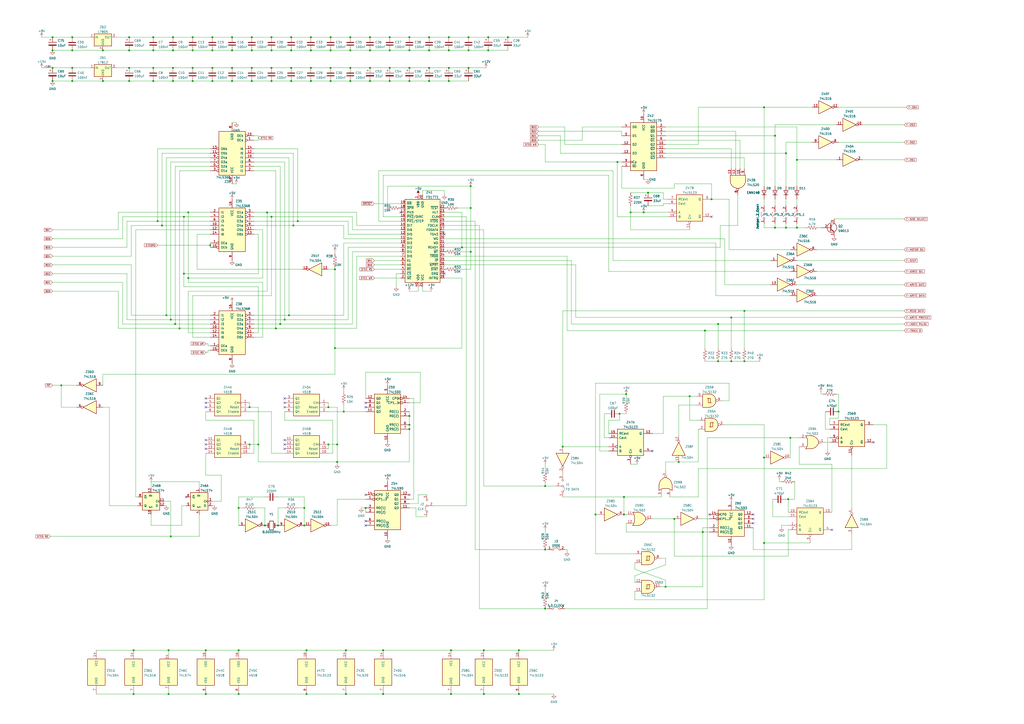
<source format=kicad_sch>
(kicad_sch (version 20211123) (generator eeschema)
  (paper "A2")
  (lib_symbols
    (symbol "4xxx:4518" (pin_names (offset 1.016))
      (property "Reference" "U" (at -7.62 8.89 0))
      (property "Value" "4518" (at -7.62 -8.89 0))
      (symbol "4518_1_0"
        (pin input clock (at -12.7 0 0) (length 5.08) (name "CK") (number "1"))
        (pin input line (at -12.7 -5.08 0) (length 5.08) (name "Enable") (number "2"))
        (pin output line (at 12.7 2.54 180) (length 5.08) (name "Q1") (number "3"))
        (pin output line (at 12.7 0 180) (length 5.08) (name "Q2") (number "4"))
        (pin output line (at 12.7 -2.54 180) (length 5.08) (name "Q3") (number "5"))
        (pin output line (at 12.7 -5.08 180) (length 5.08) (name "Q4") (number "6"))
        (pin input line (at -12.7 -2.54 0) (length 5.08) (name "Reset") (number "7"))
      )
      (symbol "4518_2_0"
        (pin input line (at -12.7 -5.08 0) (length 5.08) (name "Enable") (number "10"))
        (pin output line (at 12.7 2.54 180) (length 5.08) (name "Q1") (number "11"))
        (pin output line (at 12.7 0 180) (length 5.08) (name "Q2") (number "12"))
        (pin output line (at 12.7 -2.54 180) (length 5.08) (name "Q3") (number "13"))
        (pin output line (at 12.7 -5.08 180) (length 5.08) (name "Q4") (number "14"))
        (pin input line (at -12.7 -2.54 0) (length 5.08) (name "Reset") (number "15"))
        (pin input clock (at -12.7 0 0) (length 5.08) (name "CK") (number "9"))
      )
      (symbol "4518_3_0"
        (pin power_in line (at 0 12.7 270) (length 5.08) (name "VDD") (number "16"))
        (pin power_in line (at 0 -12.7 90) (length 5.08) (name "VSS") (number "8"))
      )
    )
    (symbol "74LS20_1" (pin_names (offset 1.016))
      (property "Reference" "U" (at 0 1.27 0))
      (property "Value" "74LS20_1" (at 0 -1.27 0))
      (symbol "74LS20_1_1_1"
        (pin input line (at -7.62 3.81 0) (length 3.81) (name "~") (number "1"))
        (pin input line (at -7.62 1.27 0) (length 3.81) (name "~") (number "2"))
        (pin input line (at -7.62 -1.27 0) (length 3.81) (name "~") (number "4"))
        (pin input line (at -7.62 -3.81 0) (length 3.81) (name "~") (number "5"))
        (pin output inverted (at 7.62 0 180) (length 3.81) (name "~") (number "6"))
      )
      (symbol "74LS20_1_1_2"
        (pin input inverted (at -7.62 3.81 0) (length 3.81) (name "~") (number "1"))
        (pin input inverted (at -7.62 1.27 0) (length 4.826) (name "~") (number "2"))
        (pin input inverted (at -7.62 -1.27 0) (length 4.826) (name "~") (number "4"))
        (pin input inverted (at -7.62 -3.81 0) (length 3.81) (name "~") (number "5"))
        (pin output line (at 7.62 0 180) (length 3.81) (name "~") (number "6"))
      )
      (symbol "74LS20_1_2_1"
        (pin input line (at -7.62 1.27 0) (length 3.81) (name "~") (number "10"))
        (pin input line (at -7.62 -1.27 0) (length 3.81) (name "~") (number "12"))
        (pin input line (at -7.62 -3.81 0) (length 3.81) (name "~") (number "13"))
        (pin output inverted (at 7.62 0 180) (length 3.81) (name "~") (number "8"))
        (pin input line (at -7.62 3.81 0) (length 3.81) (name "~") (number "9"))
      )
      (symbol "74LS20_1_2_2"
        (pin input inverted (at -7.62 1.27 0) (length 4.826) (name "~") (number "10"))
        (pin input inverted (at -7.62 -1.27 0) (length 4.826) (name "~") (number "12"))
        (pin input inverted (at -7.62 -3.81 0) (length 3.81) (name "~") (number "13"))
        (pin output line (at 7.62 0 180) (length 3.81) (name "~") (number "8"))
        (pin input inverted (at -7.62 3.81 0) (length 3.81) (name "~") (number "9"))
      )
      (symbol "74LS20_1_3_0"
        (pin power_in line (at 0 12.7 270) (length 5.08) (name "VCC") (number "14"))
        (pin power_in line (at 0 -12.7 90) (length 5.08) (name "GND") (number "7"))
      )
    )
    (symbol "74xx:74LS02" (pin_names (offset 1.016))
      (property "Reference" "U" (at 0 1.27 0))
      (property "Value" "74LS02" (at 0 -1.27 0))
      (symbol "74LS02_1_1"
        (pin output inverted (at 7.62 0 180) (length 3.81) (name "~") (number "1"))
        (pin input line (at -7.62 2.54 0) (length 4.318) (name "~") (number "2"))
        (pin input line (at -7.62 -2.54 0) (length 4.318) (name "~") (number "3"))
      )
      (symbol "74LS02_1_2"
        (pin output line (at 7.62 0 180) (length 3.81) (name "~") (number "1"))
        (pin input inverted (at -7.62 2.54 0) (length 3.81) (name "~") (number "2"))
        (pin input inverted (at -7.62 -2.54 0) (length 3.81) (name "~") (number "3"))
      )
      (symbol "74LS02_2_1"
        (pin output inverted (at 7.62 0 180) (length 3.81) (name "~") (number "4"))
        (pin input line (at -7.62 2.54 0) (length 4.318) (name "~") (number "5"))
        (pin input line (at -7.62 -2.54 0) (length 4.318) (name "~") (number "6"))
      )
      (symbol "74LS02_2_2"
        (pin output line (at 7.62 0 180) (length 3.81) (name "~") (number "4"))
        (pin input inverted (at -7.62 2.54 0) (length 3.81) (name "~") (number "5"))
        (pin input inverted (at -7.62 -2.54 0) (length 3.81) (name "~") (number "6"))
      )
      (symbol "74LS02_3_1"
        (pin output inverted (at 7.62 0 180) (length 3.81) (name "~") (number "10"))
        (pin input line (at -7.62 2.54 0) (length 4.318) (name "~") (number "8"))
        (pin input line (at -7.62 -2.54 0) (length 4.318) (name "~") (number "9"))
      )
      (symbol "74LS02_3_2"
        (pin output line (at 7.62 0 180) (length 3.81) (name "~") (number "10"))
        (pin input inverted (at -7.62 2.54 0) (length 3.81) (name "~") (number "8"))
        (pin input inverted (at -7.62 -2.54 0) (length 3.81) (name "~") (number "9"))
      )
      (symbol "74LS02_4_1"
        (pin input line (at -7.62 2.54 0) (length 4.318) (name "~") (number "11"))
        (pin input line (at -7.62 -2.54 0) (length 4.318) (name "~") (number "12"))
        (pin output inverted (at 7.62 0 180) (length 3.81) (name "~") (number "13"))
      )
      (symbol "74LS02_4_2"
        (pin input inverted (at -7.62 2.54 0) (length 3.81) (name "~") (number "11"))
        (pin input inverted (at -7.62 -2.54 0) (length 3.81) (name "~") (number "12"))
        (pin output line (at 7.62 0 180) (length 3.81) (name "~") (number "13"))
      )
      (symbol "74LS02_5_0"
        (pin power_in line (at 0 12.7 270) (length 5.08) (name "VCC") (number "14"))
        (pin power_in line (at 0 -12.7 90) (length 5.08) (name "GND") (number "7"))
      )
    )
    (symbol "74xx:74LS04"
      (property "Reference" "U" (at 0 1.27 0))
      (property "Value" "74LS04" (at 0 -1.27 0))
      (symbol "74LS04_1_0"
        (pin input line (at -7.62 0 0) (length 3.81) (name "~") (number "1"))
        (pin output inverted (at 7.62 0 180) (length 3.81) (name "~") (number "2"))
      )
      (symbol "74LS04_2_0"
        (pin input line (at -7.62 0 0) (length 3.81) (name "~") (number "3"))
        (pin output inverted (at 7.62 0 180) (length 3.81) (name "~") (number "4"))
      )
      (symbol "74LS04_3_0"
        (pin input line (at -7.62 0 0) (length 3.81) (name "~") (number "5"))
        (pin output inverted (at 7.62 0 180) (length 3.81) (name "~") (number "6"))
      )
      (symbol "74LS04_4_0"
        (pin output inverted (at 7.62 0 180) (length 3.81) (name "~") (number "8"))
        (pin input line (at -7.62 0 0) (length 3.81) (name "~") (number "9"))
      )
      (symbol "74LS04_5_0"
        (pin output inverted (at 7.62 0 180) (length 3.81) (name "~") (number "10"))
        (pin input line (at -7.62 0 0) (length 3.81) (name "~") (number "11"))
      )
      (symbol "74LS04_6_0"
        (pin output inverted (at 7.62 0 180) (length 3.81) (name "~") (number "12"))
        (pin input line (at -7.62 0 0) (length 3.81) (name "~") (number "13"))
      )
      (symbol "74LS04_7_0"
        (pin power_in line (at 0 12.7 270) (length 5.08) (name "VCC") (number "14"))
        (pin power_in line (at 0 -12.7 90) (length 5.08) (name "GND") (number "7"))
      )
    )
    (symbol "74xx:74LS123" (pin_names (offset 1.016))
      (property "Reference" "U" (at -7.62 8.89 0))
      (property "Value" "74LS123" (at -7.62 -8.89 0))
      (symbol "74LS123_1_0"
        (pin input inverted (at -12.7 -2.54 0) (length 5.08) (name "A") (number "1"))
        (pin output line (at 12.7 5.08 180) (length 5.08) (name "Q") (number "13"))
        (pin input line (at -12.7 2.54 0) (length 5.08) (name "Cext") (number "14"))
        (pin input line (at -12.7 5.08 0) (length 5.08) (name "RCext") (number "15"))
        (pin input line (at -12.7 -5.08 0) (length 5.08) (name "B") (number "2"))
        (pin input inverted (at 0 -12.7 90) (length 5.08) (name "Clr") (number "3"))
        (pin output line (at 12.7 -5.08 180) (length 5.08) (name "~{Q}") (number "4"))
      )
      (symbol "74LS123_2_0"
        (pin input line (at -12.7 -5.08 0) (length 5.08) (name "B") (number "10"))
        (pin input inverted (at 0 -12.7 90) (length 5.08) (name "Clr") (number "11"))
        (pin output line (at 12.7 -5.08 180) (length 5.08) (name "~{Q}") (number "12"))
        (pin output line (at 12.7 5.08 180) (length 5.08) (name "Q") (number "5"))
        (pin input line (at -12.7 2.54 0) (length 5.08) (name "Cext") (number "6"))
        (pin input line (at -12.7 5.08 0) (length 5.08) (name "RCext") (number "7"))
        (pin input inverted (at -12.7 -2.54 0) (length 5.08) (name "A") (number "9"))
      )
      (symbol "74LS123_3_0"
        (pin power_in line (at 0 12.7 270) (length 5.08) (name "VCC") (number "16"))
        (pin power_in line (at 0 -12.7 90) (length 5.08) (name "GND") (number "8"))
      )
    )
    (symbol "74xx:74LS132" (pin_names (offset 1.016))
      (property "Reference" "U" (at 0 1.27 0))
      (property "Value" "74LS132" (at 0 -1.27 0))
      (symbol "74LS132_1_1"
        (pin input line (at -7.62 2.54 0) (length 3.81) (name "~") (number "1"))
        (pin input line (at -7.62 -2.54 0) (length 3.81) (name "~") (number "2"))
        (pin output inverted (at 7.62 0 180) (length 3.81) (name "~") (number "3"))
      )
      (symbol "74LS132_1_2"
        (pin input inverted (at -7.62 2.54 0) (length 4.318) (name "~") (number "1"))
        (pin input inverted (at -7.62 -2.54 0) (length 4.318) (name "~") (number "2"))
        (pin output line (at 7.62 0 180) (length 3.81) (name "~") (number "3"))
      )
      (symbol "74LS132_2_1"
        (pin input line (at -7.62 2.54 0) (length 3.81) (name "~") (number "4"))
        (pin input line (at -7.62 -2.54 0) (length 3.81) (name "~") (number "5"))
        (pin output inverted (at 7.62 0 180) (length 3.81) (name "~") (number "6"))
      )
      (symbol "74LS132_2_2"
        (pin input inverted (at -7.62 2.54 0) (length 4.318) (name "~") (number "4"))
        (pin input inverted (at -7.62 -2.54 0) (length 4.318) (name "~") (number "5"))
        (pin output line (at 7.62 0 180) (length 3.81) (name "~") (number "6"))
      )
      (symbol "74LS132_3_1"
        (pin input line (at -7.62 -2.54 0) (length 3.81) (name "~") (number "10"))
        (pin output inverted (at 7.62 0 180) (length 3.81) (name "~") (number "8"))
        (pin input line (at -7.62 2.54 0) (length 3.81) (name "~") (number "9"))
      )
      (symbol "74LS132_3_2"
        (pin input inverted (at -7.62 -2.54 0) (length 4.318) (name "~") (number "10"))
        (pin output line (at 7.62 0 180) (length 3.81) (name "~") (number "8"))
        (pin input inverted (at -7.62 2.54 0) (length 4.318) (name "~") (number "9"))
      )
      (symbol "74LS132_4_1"
        (pin output inverted (at 7.62 0 180) (length 3.81) (name "~") (number "11"))
        (pin input line (at -7.62 2.54 0) (length 3.81) (name "~") (number "12"))
        (pin input line (at -7.62 -2.54 0) (length 3.81) (name "~") (number "13"))
      )
      (symbol "74LS132_4_2"
        (pin output line (at 7.62 0 180) (length 3.81) (name "~") (number "11"))
        (pin input inverted (at -7.62 2.54 0) (length 4.318) (name "~") (number "12"))
        (pin input inverted (at -7.62 -2.54 0) (length 4.318) (name "~") (number "13"))
      )
      (symbol "74LS132_5_0"
        (pin power_in line (at 0 12.7 270) (length 5.08) (name "VCC") (number "14"))
        (pin power_in line (at 0 -12.7 90) (length 5.08) (name "GND") (number "7"))
      )
    )
    (symbol "74xx:74LS175" (pin_names (offset 1.016))
      (property "Reference" "U" (at -7.62 13.97 0))
      (property "Value" "74LS175" (at -7.62 -16.51 0))
      (symbol "74LS175_1_0"
        (pin input line (at -12.7 -12.7 0) (length 5.08) (name "~{Mr}") (number "1"))
        (pin output line (at 12.7 0 180) (length 5.08) (name "Q2") (number "10"))
        (pin output line (at 12.7 -2.54 180) (length 5.08) (name "~{Q2}") (number "11"))
        (pin input line (at -12.7 0 0) (length 5.08) (name "D2") (number "12"))
        (pin input line (at -12.7 -5.08 0) (length 5.08) (name "D3") (number "13"))
        (pin output line (at 12.7 -7.62 180) (length 5.08) (name "~{Q3}") (number "14"))
        (pin output line (at 12.7 -5.08 180) (length 5.08) (name "Q3") (number "15"))
        (pin power_in line (at 0 17.78 270) (length 5.08) (name "VCC") (number "16"))
        (pin output line (at 12.7 10.16 180) (length 5.08) (name "Q0") (number "2"))
        (pin output line (at 12.7 7.62 180) (length 5.08) (name "~{Q0}") (number "3"))
        (pin input line (at -12.7 10.16 0) (length 5.08) (name "D0") (number "4"))
        (pin input line (at -12.7 5.08 0) (length 5.08) (name "D1") (number "5"))
        (pin output line (at 12.7 2.54 180) (length 5.08) (name "~{Q1}") (number "6"))
        (pin output line (at 12.7 5.08 180) (length 5.08) (name "Q1") (number "7"))
        (pin power_in line (at 0 -20.32 90) (length 5.08) (name "GND") (number "8"))
        (pin input clock (at -12.7 -10.16 0) (length 5.08) (name "Cp") (number "9"))
      )
    )
    (symbol "74xx:74LS20" (pin_names (offset 1.016))
      (property "Reference" "U" (at 0 1.27 0))
      (property "Value" "74LS20" (at 0 -1.27 0))
      (symbol "74LS20_1_1"
        (pin input line (at -7.62 3.81 0) (length 3.81) (name "~") (number "1"))
        (pin input line (at -7.62 1.27 0) (length 3.81) (name "~") (number "2"))
        (pin input line (at -7.62 -1.27 0) (length 3.81) (name "~") (number "4"))
        (pin input line (at -7.62 -3.81 0) (length 3.81) (name "~") (number "5"))
        (pin output inverted (at 7.62 0 180) (length 3.81) (name "~") (number "6"))
      )
      (symbol "74LS20_1_2"
        (pin input inverted (at -7.62 3.81 0) (length 3.81) (name "~") (number "1"))
        (pin input inverted (at -7.62 1.27 0) (length 4.826) (name "~") (number "2"))
        (pin input inverted (at -7.62 -1.27 0) (length 4.826) (name "~") (number "4"))
        (pin input inverted (at -7.62 -3.81 0) (length 3.81) (name "~") (number "5"))
        (pin output line (at 7.62 0 180) (length 3.81) (name "~") (number "6"))
      )
      (symbol "74LS20_2_1"
        (pin input line (at -7.62 1.27 0) (length 3.81) (name "~") (number "10"))
        (pin input line (at -7.62 -1.27 0) (length 3.81) (name "~") (number "12"))
        (pin input line (at -7.62 -3.81 0) (length 3.81) (name "~") (number "13"))
        (pin output inverted (at 7.62 0 180) (length 3.81) (name "~") (number "8"))
        (pin input line (at -7.62 3.81 0) (length 3.81) (name "~") (number "9"))
      )
      (symbol "74LS20_2_2"
        (pin input inverted (at -7.62 1.27 0) (length 4.826) (name "~") (number "10"))
        (pin input inverted (at -7.62 -1.27 0) (length 4.826) (name "~") (number "12"))
        (pin input inverted (at -7.62 -3.81 0) (length 3.81) (name "~") (number "13"))
        (pin output line (at 7.62 0 180) (length 3.81) (name "~") (number "8"))
        (pin input inverted (at -7.62 3.81 0) (length 3.81) (name "~") (number "9"))
      )
      (symbol "74LS20_3_0"
        (pin power_in line (at 0 12.7 270) (length 5.08) (name "VCC") (number "14"))
        (pin power_in line (at 0 -12.7 90) (length 5.08) (name "GND") (number "7"))
      )
    )
    (symbol "74xx:74LS368" (pin_names (offset 1.016))
      (property "Reference" "U" (at -7.62 13.97 0))
      (property "Value" "74LS368" (at -7.62 -13.97 0))
      (symbol "74LS368_1_0"
        (pin input inverted (at -12.7 -7.62 0) (length 5.08) (name "OEa") (number "1"))
        (pin input line (at -12.7 2.54 0) (length 5.08) (name "I4") (number "10"))
        (pin tri_state inverted (at 12.7 0 180) (length 5.08) (name "O5b") (number "11"))
        (pin input line (at -12.7 0 0) (length 5.08) (name "I5") (number "12"))
        (pin tri_state inverted (at 12.7 -2.54 180) (length 5.08) (name "O6b") (number "13"))
        (pin input line (at -12.7 -2.54 0) (length 5.08) (name "I6") (number "14"))
        (pin input inverted (at -12.7 -10.16 0) (length 5.08) (name "OEb") (number "15"))
        (pin power_in line (at 0 17.78 270) (length 5.08) (name "VCC") (number "16"))
        (pin input line (at -12.7 10.16 0) (length 5.08) (name "I1") (number "2"))
        (pin tri_state inverted (at 12.7 10.16 180) (length 5.08) (name "O1a") (number "3"))
        (pin input line (at -12.7 7.62 0) (length 5.08) (name "I2") (number "4"))
        (pin tri_state inverted (at 12.7 7.62 180) (length 5.08) (name "O2a") (number "5"))
        (pin input line (at -12.7 5.08 0) (length 5.08) (name "I3") (number "6"))
        (pin tri_state inverted (at 12.7 5.08 180) (length 5.08) (name "O3a") (number "7"))
        (pin power_in line (at 0 -17.78 90) (length 5.08) (name "GND") (number "8"))
        (pin tri_state inverted (at 12.7 2.54 180) (length 5.08) (name "O4a") (number "9"))
      )
    )
    (symbol "74xx:74LS74" (pin_names (offset 1.016))
      (property "Reference" "U" (at -7.62 8.89 0))
      (property "Value" "74LS74" (at -7.62 -8.89 0))
      (symbol "74LS74_1_0"
        (pin input line (at 0 -7.62 90) (length 2.54) (name "~{R}") (number "1"))
        (pin input line (at -7.62 2.54 0) (length 2.54) (name "D") (number "2"))
        (pin input clock (at -7.62 0 0) (length 2.54) (name "C") (number "3"))
        (pin input line (at 0 7.62 270) (length 2.54) (name "~{S}") (number "4"))
        (pin output line (at 7.62 2.54 180) (length 2.54) (name "Q") (number "5"))
        (pin output line (at 7.62 -2.54 180) (length 2.54) (name "~{Q}") (number "6"))
      )
      (symbol "74LS74_2_0"
        (pin input line (at 0 7.62 270) (length 2.54) (name "~{S}") (number "10"))
        (pin input clock (at -7.62 0 0) (length 2.54) (name "C") (number "11"))
        (pin input line (at -7.62 2.54 0) (length 2.54) (name "D") (number "12"))
        (pin input line (at 0 -7.62 90) (length 2.54) (name "~{R}") (number "13"))
        (pin output line (at 7.62 -2.54 180) (length 2.54) (name "~{Q}") (number "8"))
        (pin output line (at 7.62 2.54 180) (length 2.54) (name "Q") (number "9"))
      )
      (symbol "74LS74_3_0"
        (pin power_in line (at 0 10.16 270) (length 2.54) (name "VCC") (number "14"))
        (pin power_in line (at 0 -10.16 90) (length 2.54) (name "GND") (number "7"))
      )
    )
    (symbol "74xx:74LS90" (pin_names (offset 1.016))
      (property "Reference" "U" (at -7.62 11.43 0))
      (property "Value" "74LS90" (at -7.62 -13.97 0))
      (symbol "74LS90_1_0"
        (pin input inverted_clock (at -12.7 5.08 0) (length 5.08) (name "CP1..3") (number "1"))
        (pin power_in line (at 0 -17.78 90) (length 5.08) (name "GND") (number "10"))
        (pin output line (at 12.7 0 180) (length 5.08) (name "Q3") (number "11"))
        (pin output line (at 12.7 7.62 180) (length 5.08) (name "Q0") (number "12"))
        (pin input inverted_clock (at -12.7 7.62 0) (length 5.08) (name "CP0") (number "14"))
        (pin input line (at -12.7 0 0) (length 5.08) (name "R0(1)") (number "2"))
        (pin input line (at -12.7 -2.54 0) (length 5.08) (name "R0(2)") (number "3"))
        (pin power_in line (at 0 15.24 270) (length 5.08) (name "VCC") (number "5"))
        (pin input line (at -12.7 -7.62 0) (length 5.08) (name "R9(1)") (number "6"))
        (pin input line (at -12.7 -10.16 0) (length 5.08) (name "R9(2)") (number "7"))
        (pin output line (at 12.7 2.54 180) (length 5.08) (name "Q2") (number "8"))
        (pin output line (at 12.7 5.08 180) (length 5.08) (name "Q1") (number "9"))
      )
    )
    (symbol "74xx:74LS93" (pin_names (offset 1.016))
      (property "Reference" "U" (at -7.62 8.89 0))
      (property "Value" "74LS93" (at -7.62 -8.89 0))
      (symbol "74LS93_1_0"
        (pin input inverted_clock (at -12.7 2.54 0) (length 5.08) (name "CP1..3") (number "1"))
        (pin power_in line (at 0 -12.7 90) (length 5.08) (name "GND") (number "10"))
        (pin output line (at 12.7 -2.54 180) (length 5.08) (name "Q3") (number "11"))
        (pin output line (at 12.7 5.08 180) (length 5.08) (name "Q0") (number "12"))
        (pin input inverted_clock (at -12.7 5.08 0) (length 5.08) (name "CP0") (number "14"))
        (pin input line (at -12.7 -2.54 0) (length 5.08) (name "R0(1)") (number "2"))
        (pin input line (at -12.7 -5.08 0) (length 5.08) (name "R0(2)") (number "3"))
        (pin power_in line (at 0 12.7 270) (length 5.08) (name "VCC") (number "5"))
        (pin output line (at 12.7 0 180) (length 5.08) (name "Q2") (number "8"))
        (pin output line (at 12.7 2.54 180) (length 5.08) (name "Q1") (number "9"))
      )
    )
    (symbol "Device:C" (pin_numbers hide) (pin_names (offset 0.254))
      (property "Reference" "C" (at 0.635 2.54 0))
      (property "Value" "C" (at 0.635 -2.54 0))
      (symbol "C_1_1"
        (pin passive line (at 0 3.81 270) (length 2.794) (name "~") (number "1"))
        (pin passive line (at 0 -3.81 90) (length 2.794) (name "~") (number "2"))
      )
    )
    (symbol "Device:C_Polarized" (pin_numbers hide) (pin_names (offset 0.254))
      (property "Reference" "C" (at 0.635 2.54 0))
      (property "Value" "C_Polarized" (at 0.635 -2.54 0))
      (symbol "C_Polarized_1_1"
        (pin passive line (at 0 3.81 270) (length 2.794) (name "~") (number "1"))
        (pin passive line (at 0 -3.81 90) (length 2.794) (name "~") (number "2"))
      )
    )
    (symbol "Device:Crystal" (pin_numbers hide) (pin_names (offset 1.016) hide)
      (property "Reference" "Y" (at 0 3.81 0))
      (property "Value" "Crystal" (at 0 -3.81 0))
      (symbol "Crystal_1_1"
        (pin passive line (at -3.81 0 0) (length 1.27) (name "1") (number "1"))
        (pin passive line (at 3.81 0 180) (length 1.27) (name "2") (number "2"))
      )
    )
    (symbol "Device:R_US" (pin_numbers hide) (pin_names (offset 0))
      (property "Reference" "R" (at 2.54 0 90))
      (property "Value" "R_US" (at -2.54 0 90))
      (symbol "R_US_1_1"
        (pin passive line (at 0 3.81 270) (length 1.27) (name "~") (number "1"))
        (pin passive line (at 0 -3.81 90) (length 1.27) (name "~") (number "2"))
      )
    )
    (symbol "Diode:1N4148" (pin_numbers hide) (pin_names (offset 1.016) hide)
      (property "Reference" "D" (at 0 2.54 0))
      (property "Value" "1N4148" (at 0 -2.54 0))
      (symbol "1N4148_1_1"
        (pin passive line (at -3.81 0 0) (length 2.54) (name "K") (number "1"))
        (pin passive line (at 3.81 0 180) (length 2.54) (name "A") (number "2"))
      )
    )
    (symbol "Interface:FD1771" (pin_names (offset 1.016))
      (property "Reference" "U" (at -8.89 24.13 0))
      (property "Value" "FD1771" (at 8.382 24.384 0))
      (symbol "FD1771_1_1"
        (pin power_in line (at -2.54 -27.94 90) (length 2.54) (name "VBB") (number "1"))
        (pin tri_state line (at -12.7 0 0) (length 2.54) (name "DI3") (number "10"))
        (pin tri_state line (at -12.7 -2.54 0) (length 2.54) (name "DI4") (number "11"))
        (pin tri_state line (at -12.7 -5.08 0) (length 2.54) (name "DI5") (number "12"))
        (pin tri_state line (at -12.7 -7.62 0) (length 2.54) (name "DI6") (number "13"))
        (pin tri_state line (at -12.7 -10.16 0) (length 2.54) (name "DI7") (number "14"))
        (pin output line (at -12.7 -12.7 0) (length 2.54) (name "~{PH1}/STEP") (number "15"))
        (pin output line (at -12.7 -15.24 0) (length 2.54) (name "~{PH2}/DIRC") (number "16"))
        (pin output line (at -12.7 -17.78 0) (length 2.54) (name "PH3") (number "17"))
        (pin input line (at -12.7 -20.32 0) (length 2.54) (name "~{3PM}") (number "18"))
        (pin input line (at -12.7 -22.86 0) (length 2.54) (name "~{MR}") (number "19"))
        (pin input line (at -12.7 20.32 0) (length 2.54) (name "~{WE}") (number "2"))
        (pin power_in line (at 0 -27.94 90) (length 2.54) (name "GND") (number "20"))
        (pin power_in line (at 0 25.4 270) (length 2.54) (name "VCC") (number "21"))
        (pin input line (at 12.7 -20.32 180) (length 2.54) (name "~{TEST}") (number "22"))
        (pin input line (at 12.7 -17.78 180) (length 2.54) (name "HLT") (number "23"))
        (pin input clock (at 12.7 -15.24 180) (length 2.54) (name "CLK") (number "24"))
        (pin input line (at 12.7 -12.7 180) (length 2.54) (name "~{XTDS}") (number "25"))
        (pin input line (at 12.7 -10.16 180) (length 2.54) (name "FDCLK") (number "26"))
        (pin input line (at 12.7 -7.62 180) (length 2.54) (name "FDDATA") (number "27"))
        (pin output line (at 12.7 -5.08 180) (length 2.54) (name "TG43") (number "29"))
        (pin input line (at -12.7 17.78 0) (length 2.54) (name "~{CS}") (number "3"))
        (pin output line (at 12.7 -2.54 180) (length 2.54) (name "WG") (number "30"))
        (pin output line (at 12.7 0 180) (length 2.54) (name "WD") (number "31"))
        (pin input line (at 12.7 2.54 180) (length 2.54) (name "READY") (number "32"))
        (pin input line (at 12.7 5.08 180) (length 2.54) (name "~{WF}") (number "33"))
        (pin input line (at 12.7 7.62 180) (length 2.54) (name "~{TR00}") (number "34"))
        (pin input line (at 12.7 10.16 180) (length 2.54) (name "~{IP}") (number "35"))
        (pin input line (at 12.7 12.7 180) (length 2.54) (name "~{WPRT}") (number "36"))
        (pin input line (at 12.7 15.24 180) (length 2.54) (name "~{DINT}") (number "37"))
        (pin output line (at 12.7 17.78 180) (length 2.54) (name "DRQ") (number "38"))
        (pin input line (at 12.7 20.32 180) (length 2.54) (name "INTRQ") (number "39"))
        (pin input line (at -12.7 15.24 0) (length 2.54) (name "~{RE}") (number "4"))
        (pin power_in line (at -2.54 25.4 270) (length 2.54) (name "VDD") (number "40"))
        (pin input line (at -12.7 12.7 0) (length 2.54) (name "A0") (number "5"))
        (pin input line (at -12.7 10.16 0) (length 2.54) (name "A1") (number "6"))
        (pin tri_state line (at -12.7 7.62 0) (length 2.54) (name "DI0") (number "7"))
        (pin tri_state line (at -12.7 5.08 0) (length 2.54) (name "DI1") (number "8"))
        (pin tri_state line (at -12.7 2.54 0) (length 2.54) (name "DI2") (number "9"))
      )
    )
    (symbol "Jumper:Jumper_2_Bridged" (pin_names (offset 0) hide)
      (property "Reference" "JP" (at 0 1.905 0))
      (property "Value" "Jumper_2_Bridged" (at 0 -2.54 0))
      (symbol "Jumper_2_Bridged_1_1"
        (pin passive line (at -5.08 0 0) (length 2.54) (name "A") (number "1"))
        (pin passive line (at 5.08 0 180) (length 2.54) (name "B") (number "2"))
      )
    )
    (symbol "Jumper:Jumper_2_Open" (pin_names (offset 0) hide)
      (property "Reference" "JP" (at 0 2.794 0))
      (property "Value" "Jumper_2_Open" (at 0 -2.286 0))
      (symbol "Jumper_2_Open_1_1"
        (pin passive line (at -5.08 0 0) (length 2.54) (name "A") (number "1"))
        (pin passive line (at 5.08 0 180) (length 2.54) (name "B") (number "2"))
      )
    )
    (symbol "Jumper:Jumper_3_Bridged12" (pin_names (offset 0) hide)
      (property "Reference" "JP" (at -2.54 -2.54 0))
      (property "Value" "Jumper_3_Bridged12" (at 0 2.794 0))
      (symbol "Jumper_3_Bridged12_1_1"
        (pin passive line (at -6.35 0 0) (length 2.54) (name "A") (number "1"))
        (pin input line (at 0 -3.81 90) (length 2.54) (name "C") (number "2"))
        (pin passive line (at 6.35 0 180) (length 2.54) (name "B") (number "3"))
      )
    )
    (symbol "Regulator_Linear:L7805" (pin_names (offset 0.254))
      (property "Reference" "U" (at -3.81 3.175 0))
      (property "Value" "L7805" (at 0 3.175 0))
      (symbol "L7805_1_1"
        (pin power_in line (at -7.62 0 0) (length 2.54) (name "IN") (number "1"))
        (pin power_in line (at 0 -7.62 90) (length 2.54) (name "GND") (number "2"))
        (pin power_out line (at 7.62 0 180) (length 2.54) (name "OUT") (number "3"))
      )
    )
    (symbol "Regulator_Linear:L7812" (pin_names (offset 0.254))
      (property "Reference" "U" (at -3.81 3.175 0))
      (property "Value" "L7812" (at 0 3.175 0))
      (symbol "L7812_1_1"
        (pin power_in line (at -7.62 0 0) (length 2.54) (name "IN") (number "1"))
        (pin power_in line (at 0 -7.62 90) (length 2.54) (name "GND") (number "2"))
        (pin power_out line (at 7.62 0 180) (length 2.54) (name "OUT") (number "3"))
      )
    )
    (symbol "System80Parts_sym:74LS16" (pin_names (offset 1.016))
      (property "Reference" "Z" (at 6.35 6.35 0))
      (property "Value" "74LS16" (at 3.81 8.89 0))
      (symbol "74LS16_1_0"
        (pin input line (at -7.62 0 0) (length 3.81) (name "~") (number "1"))
        (pin output inverted (at 7.62 0 180) (length 3.81) (name "~") (number "2"))
      )
      (symbol "74LS16_2_0"
        (pin input line (at -7.62 0 0) (length 3.81) (name "~") (number "3"))
        (pin output inverted (at 7.62 0 180) (length 3.81) (name "~") (number "4"))
      )
      (symbol "74LS16_3_0"
        (pin input line (at -7.62 0 0) (length 3.81) (name "~") (number "5"))
        (pin output inverted (at 7.62 0 180) (length 3.81) (name "~") (number "6"))
      )
      (symbol "74LS16_4_0"
        (pin output inverted (at 7.62 0 180) (length 3.81) (name "~") (number "8"))
        (pin input line (at -7.62 0 0) (length 3.81) (name "~") (number "9"))
      )
      (symbol "74LS16_5_0"
        (pin output inverted (at 7.62 0 180) (length 3.81) (name "~") (number "10"))
        (pin input line (at -7.62 0 0) (length 3.81) (name "~") (number "11"))
      )
      (symbol "74LS16_6_0"
        (pin output inverted (at 7.62 0 180) (length 3.81) (name "~") (number "12"))
        (pin input line (at -7.62 0 0) (length 3.81) (name "~") (number "13"))
      )
      (symbol "74LS16_7_0"
        (pin power_in line (at 0 12.7 270) (length 5.08) (name "VCC") (number "14"))
        (pin power_in line (at 0 -12.7 90) (length 5.08) (name "GND") (number "7"))
      )
    )
    (symbol "System80Parts_sym:S9013" (pin_names (offset 0) hide)
      (property "Reference" "Q" (at 5.08 1.905 0))
      (property "Value" "S9013" (at 5.08 0 0))
      (symbol "S9013_1_1"
        (pin passive line (at 2.54 -5.08 90) (length 2.54) (name "E") (number "1"))
        (pin passive line (at -5.08 0 0) (length 5.715) (name "B") (number "2"))
        (pin passive line (at 2.54 5.08 270) (length 2.54) (name "C") (number "3"))
      )
    )
    (symbol "power:+12V" (power) (pin_names (offset 0))
      (property "Value" "+12V" (at 0 3.556 0))
      (symbol "+12V_1_1"
        (pin power_in line (at 0 0 90) (length 0) hide (name "+12V") (number "1"))
      )
    )
    (symbol "power:+15V" (power) (pin_names (offset 0))
      (property "Value" "+15V" (at 0 3.556 0))
      (symbol "+15V_1_1"
        (pin power_in line (at 0 0 90) (length 0) hide (name "+15V") (number "1"))
      )
    )
    (symbol "power:+5V" (power) (pin_names (offset 0))
      (property "Value" "+5V" (at 0 3.556 0))
      (symbol "+5V_1_1"
        (pin power_in line (at 0 0 90) (length 0) hide (name "+5V") (number "1"))
      )
    )
    (symbol "power:+8V" (power) (pin_names (offset 0))
      (property "Value" "+8V" (at 0 3.556 0))
      (symbol "+8V_1_1"
        (pin power_in line (at 0 0 90) (length 0) hide (name "+8V") (number "1"))
      )
    )
    (symbol "power:-5V" (power) (pin_names (offset 0))
      (property "Value" "-5V" (at 0 3.81 0))
      (symbol "-5V_0_0"
        (pin power_in line (at 0 0 90) (length 0) hide (name "-5V") (number "1"))
      )
    )
    (symbol "power:GND" (power) (pin_names (offset 0))
      (property "Value" "GND" (at 0 -3.81 0))
      (symbol "GND_1_1"
        (pin power_in line (at 0 0 270) (length 0) hide (name "GND") (number "1"))
      )
    )
  )
  (junction (at 457.2 289.56))
  (junction (at 97.79 377.19))
  (junction (at 138.43 377.19))
  (junction (at 106.68 125.73))
  (junction (at 191.77 46.99))
  (junction (at 101.6 187.96))
  (junction (at 157.48 39.37))
  (junction (at 35.56 223.52))
  (junction (at 195.58 267.97))
  (junction (at 271.78 29.21))
  (junction (at 283.21 29.21))
  (junction (at 316.23 318.77))
  (junction (at 443.23 265.43))
  (junction (at 226.06 39.37))
  (junction (at 74.93 46.99))
  (junction (at 123.19 39.37))
  (junction (at 431.8 180.34))
  (junction (at 222.25 377.19))
  (junction (at 146.05 39.37))
  (junction (at 123.19 29.21))
  (junction (at 260.35 39.37))
  (junction (at 146.05 46.99))
  (junction (at 180.34 39.37))
  (junction (at 365.76 123.19))
  (junction (at 149.86 257.81))
  (junction (at 194.31 201.93))
  (junction (at 455.93 88.9))
  (junction (at 203.2 29.21))
  (junction (at 316.23 353.06))
  (junction (at 97.79 402.59))
  (junction (at 222.25 402.59))
  (junction (at 172.72 128.27))
  (junction (at 214.63 39.37))
  (junction (at 119.38 402.59))
  (junction (at 30.48 21.59))
  (junction (at 248.92 39.37))
  (junction (at 260.35 46.99))
  (junction (at 267.97 143.51))
  (junction (at 123.19 21.59))
  (junction (at 160.02 190.5))
  (junction (at 443.23 62.23))
  (junction (at 237.49 39.37))
  (junction (at 176.53 294.64))
  (junction (at 161.29 304.8))
  (junction (at 144.78 236.22))
  (junction (at 146.05 29.21))
  (junction (at 167.64 182.88))
  (junction (at 180.34 21.59))
  (junction (at 449.58 132.08))
  (junction (at 386.08 340.36))
  (junction (at 294.64 21.59))
  (junction (at 200.66 377.19))
  (junction (at 361.95 288.29))
  (junction (at 486.41 238.76))
  (junction (at 162.56 187.96))
  (junction (at 157.48 125.73))
  (junction (at 391.16 300.99))
  (junction (at 424.18 209.55))
  (junction (at 153.67 304.8))
  (junction (at 300.99 377.19))
  (junction (at 300.99 402.59))
  (junction (at 462.28 132.08))
  (junction (at 177.8 377.19))
  (junction (at 214.63 29.21))
  (junction (at 104.14 190.5))
  (junction (at 203.2 46.99))
  (junction (at 316.23 281.94))
  (junction (at 88.9 46.99))
  (junction (at 109.22 123.19))
  (junction (at 260.35 21.59))
  (junction (at 237.49 248.92))
  (junction (at 214.63 46.99))
  (junction (at 176.53 304.8))
  (junction (at 168.91 21.59))
  (junction (at 134.62 39.37))
  (junction (at 100.33 29.21))
  (junction (at 138.43 294.64))
  (junction (at 345.44 298.45))
  (junction (at 190.5 257.81))
  (junction (at 359.41 240.03))
  (junction (at 408.94 191.77))
  (junction (at 260.35 29.21))
  (junction (at 280.67 402.59))
  (junction (at 373.38 123.19))
  (junction (at 100.33 21.59))
  (junction (at 41.91 39.37))
  (junction (at 99.06 311.15))
  (junction (at 363.22 228.6))
  (junction (at 30.48 29.21))
  (junction (at 455.93 132.08))
  (junction (at 273.05 107.95))
  (junction (at 248.92 21.59))
  (junction (at 191.77 29.21))
  (junction (at 41.91 29.21))
  (junction (at 237.49 246.38))
  (junction (at 203.2 39.37))
  (junction (at 199.39 238.76))
  (junction (at 190.5 236.22))
  (junction (at 100.33 46.99))
  (junction (at 59.69 29.21))
  (junction (at 358.14 93.98))
  (junction (at 88.9 39.37))
  (junction (at 134.62 29.21))
  (junction (at 146.05 21.59))
  (junction (at 121.92 142.24))
  (junction (at 91.44 128.27))
  (junction (at 412.75 115.57))
  (junction (at 74.93 29.21))
  (junction (at 134.62 21.59))
  (junction (at 111.76 46.99))
  (junction (at 261.62 402.59))
  (junction (at 273.05 120.65))
  (junction (at 191.77 39.37))
  (junction (at 177.8 402.59))
  (junction (at 416.56 187.96))
  (junction (at 88.9 21.59))
  (junction (at 77.47 402.59))
  (junction (at 96.52 182.88))
  (junction (at 123.19 46.99))
  (junction (at 30.48 46.99))
  (junction (at 165.1 185.42))
  (junction (at 271.78 21.59))
  (junction (at 77.47 377.19))
  (junction (at 168.91 46.99))
  (junction (at 180.34 46.99))
  (junction (at 157.48 29.21))
  (junction (at 416.56 209.55))
  (junction (at 195.58 257.81))
  (junction (at 157.48 46.99))
  (junction (at 144.78 257.81))
  (junction (at 100.33 39.37))
  (junction (at 361.95 298.45))
  (junction (at 431.8 209.55))
  (junction (at 88.9 29.21))
  (junction (at 106.68 158.75))
  (junction (at 109.22 161.29))
  (junction (at 400.05 229.87))
  (junction (at 280.67 377.19))
  (junction (at 462.28 92.71))
  (junction (at 273.05 146.05))
  (junction (at 375.92 111.76))
  (junction (at 180.34 29.21))
  (junction (at 407.67 308.61))
  (junction (at 226.06 29.21))
  (junction (at 168.91 29.21))
  (junction (at 170.18 130.81))
  (junction (at 326.39 259.08))
  (junction (at 157.48 21.59))
  (junction (at 134.62 46.99))
  (junction (at 111.76 21.59))
  (junction (at 393.7 267.97))
  (junction (at 41.91 21.59))
  (junction (at 138.43 402.59))
  (junction (at 99.06 185.42))
  (junction (at 248.92 29.21))
  (junction (at 261.62 377.19))
  (junction (at 93.98 130.81))
  (junction (at 212.09 294.64))
  (junction (at 154.94 123.19))
  (junction (at 119.38 377.19))
  (junction (at 237.49 241.3))
  (junction (at 443.23 314.96))
  (junction (at 271.78 39.37))
  (junction (at 74.93 39.37))
  (junction (at 74.93 21.59))
  (junction (at 237.49 29.21))
  (junction (at 200.66 402.59))
  (junction (at 424.18 184.15))
  (junction (at 449.58 78.74))
  (junction (at 41.91 46.99))
  (junction (at 237.49 46.99))
  (junction (at 191.77 21.59))
  (junction (at 203.2 21.59))
  (junction (at 111.76 39.37))
  (junction (at 194.31 156.21))
  (junction (at 59.69 46.99))
  (junction (at 226.06 21.59))
  (junction (at 226.06 46.99))
  (junction (at 111.76 29.21))
  (junction (at 30.48 39.37))
  (junction (at 248.92 46.99))
  (junction (at 168.91 39.37))
  (junction (at 214.63 21.59))
  (junction (at 283.21 21.59))
  (junction (at 237.49 21.59))
  (junction (at 458.47 254))
  (no_connect (at 212.09 302.26))
  (no_connect (at 212.09 304.8))
  (no_connect (at 212.09 287.02))
  (no_connect (at 237.49 287.02))
  (no_connect (at 257.81 135.89))
  (no_connect (at 257.81 158.75))
  (no_connect (at 212.09 233.68))
  (no_connect (at 212.09 236.22))
  (no_connect (at 119.38 255.27))
  (no_connect (at 119.38 257.81))
  (no_connect (at 119.38 260.35))
  (no_connect (at 165.1 255.27))
  (no_connect (at 165.1 257.81))
  (no_connect (at 165.1 260.35))
  (no_connect (at 119.38 231.14))
  (no_connect (at 119.38 233.68))
  (no_connect (at 119.38 236.22))
  (no_connect (at 232.41 123.19))
  (no_connect (at 506.73 256.54))
  (no_connect (at 165.1 231.14))
  (no_connect (at 165.1 233.68))
  (no_connect (at 165.1 236.22))
  (no_connect (at 378.46 261.62))
  (no_connect (at 482.6 307.34))
  (no_connect (at 412.75 125.73))
  (no_connect (at 107.95 288.29))
  (no_connect (at 436.88 303.53))
  (no_connect (at 436.88 300.99))
  (no_connect (at 436.88 298.45))
  (no_connect (at 411.48 298.45))
  (wire (pts (xy 30.48 143.51) (xy 73.66 143.51)))
  (wire (pts (xy 121.92 203.2) (xy 120.65 203.2)))
  (wire (pts (xy 431.8 209.55) (xy 440.69 209.55)))
  (wire (pts (xy 237.49 233.68) (xy 243.84 233.68)))
  (wire (pts (xy 237.49 289.56) (xy 240.03 289.56)))
  (wire (pts (xy 417.83 143.51) (xy 417.83 130.81)))
  (wire (pts (xy 384.81 229.87) (xy 400.05 229.87)))
  (wire (pts (xy 180.34 46.99) (xy 191.77 46.99)))
  (wire (pts (xy 457.2 307.34) (xy 457.2 322.58)))
  (wire (pts (xy 115.57 283.21) (xy 115.57 279.4)))
  (wire (pts (xy 358.14 93.98) (xy 360.68 93.98)))
  (wire (pts (xy 316.23 93.98) (xy 358.14 93.98)))
  (wire (pts (xy 378.46 300.99) (xy 391.16 300.99)))
  (wire (pts (xy 149.86 166.37) (xy 149.86 193.04)))
  (wire (pts (xy 443.23 115.57) (xy 443.23 119.38)))
  (wire (pts (xy 436.88 318.77) (xy 494.03 318.77)))
  (wire (pts (xy 165.1 243.84) (xy 165.1 238.76)))
  (wire (pts (xy 153.67 304.8) (xy 153.67 294.64)))
  (wire (pts (xy 405.13 62.23) (xy 443.23 62.23)))
  (wire (pts (xy 114.3 156.21) (xy 114.3 135.89)))
  (wire (pts (xy 237.49 248.92) (xy 237.49 267.97)))
  (wire (pts (xy 87.63 298.45) (xy 87.63 304.8)))
  (wire (pts (xy 422.91 115.57) (xy 412.75 115.57)))
  (wire (pts (xy 176.53 288.29) (xy 161.29 288.29)))
  (wire (pts (xy 74.93 29.21) (xy 88.9 29.21)))
  (wire (pts (xy 203.2 46.99) (xy 214.63 46.99)))
  (wire (pts (xy 422.91 222.25) (xy 422.91 232.41)))
  (wire (pts (xy 365.76 119.38) (xy 365.76 123.19)))
  (wire (pts (xy 217.17 161.29) (xy 232.41 161.29)))
  (wire (pts (xy 200.66 402.59) (xy 222.25 402.59)))
  (wire (pts (xy 486.41 82.55) (xy 524.51 82.55)))
  (wire (pts (xy 93.98 130.81) (xy 121.92 130.81)))
  (wire (pts (xy 224.79 120.65) (xy 224.79 107.95)))
  (wire (pts (xy 294.64 21.59) (xy 306.07 21.59)))
  (wire (pts (xy 386.08 86.36) (xy 424.18 86.36)))
  (wire (pts (xy 121.92 200.66) (xy 120.65 200.66)))
  (wire (pts (xy 248.92 46.99) (xy 260.35 46.99)))
  (wire (pts (xy 190.5 257.81) (xy 190.5 260.35)))
  (wire (pts (xy 400.05 243.84) (xy 400.05 229.87)))
  (wire (pts (xy 403.86 234.95) (xy 393.7 234.95)))
  (wire (pts (xy 405.13 288.29) (xy 405.13 271.78)))
  (wire (pts (xy 458.47 144.78) (xy 422.91 144.78)))
  (wire (pts (xy 420.37 246.38) (xy 443.23 246.38)))
  (wire (pts (xy 391.16 322.58) (xy 391.16 300.99)))
  (wire (pts (xy 99.06 185.42) (xy 121.92 185.42)))
  (wire (pts (xy 245.11 168.91) (xy 245.11 166.37)))
  (wire (pts (xy 443.23 62.23) (xy 443.23 107.95)))
  (wire (pts (xy 30.48 29.21) (xy 41.91 29.21)))
  (wire (pts (xy 147.32 187.96) (xy 162.56 187.96)))
  (wire (pts (xy 337.82 73.66) (xy 337.82 81.28)))
  (wire (pts (xy 168.91 21.59) (xy 180.34 21.59)))
  (wire (pts (xy 431.8 180.34) (xy 524.51 180.34)))
  (wire (pts (xy 391.16 106.68) (xy 412.75 106.68)))
  (wire (pts (xy 191.77 29.21) (xy 203.2 29.21)))
  (wire (pts (xy 457.2 289.56) (xy 455.93 289.56)))
  (wire (pts (xy 199.39 140.97) (xy 232.41 140.97)))
  (wire (pts (xy 24.13 21.59) (xy 30.48 21.59)))
  (wire (pts (xy 199.39 140.97) (xy 199.39 182.88)))
  (wire (pts (xy 96.52 91.44) (xy 96.52 182.88)))
  (wire (pts (xy 138.43 294.64) (xy 140.97 294.64)))
  (wire (pts (xy 471.17 82.55) (xy 455.93 82.55)))
  (wire (pts (xy 232.41 158.75) (xy 229.87 158.75)))
  (wire (pts (xy 115.57 311.15) (xy 115.57 298.45)))
  (wire (pts (xy 327.66 83.82) (xy 327.66 73.66)))
  (wire (pts (xy 191.77 46.99) (xy 203.2 46.99)))
  (wire (pts (xy 68.58 133.35) (xy 68.58 123.19)))
  (wire (pts (xy 149.86 257.81) (xy 149.86 267.97)))
  (wire (pts (xy 316.23 83.82) (xy 312.42 83.82)))
  (wire (pts (xy 30.48 133.35) (xy 68.58 133.35)))
  (wire (pts (xy 426.72 76.2) (xy 386.08 76.2)))
  (wire (pts (xy 353.06 251.46) (xy 353.06 243.84)))
  (wire (pts (xy 30.48 138.43) (xy 71.12 138.43)))
  (wire (pts (xy 201.93 135.89) (xy 232.41 135.89)))
  (wire (pts (xy 457.2 322.58) (xy 391.16 322.58)))
  (wire (pts (xy 190.5 233.68) (xy 190.5 236.22)))
  (wire (pts (xy 91.44 86.36) (xy 91.44 128.27)))
  (wire (pts (xy 226.06 46.99) (xy 237.49 46.99)))
  (wire (pts (xy 172.72 86.36) (xy 147.32 86.36)))
  (wire (pts (xy 273.05 146.05) (xy 265.43 146.05)))
  (wire (pts (xy 316.23 93.98) (xy 316.23 83.82)))
  (wire (pts (xy 257.81 143.51) (xy 267.97 143.51)))
  (wire (pts (xy 162.56 187.96) (xy 204.47 187.96)))
  (wire (pts (xy 194.31 156.21) (xy 190.5 156.21)))
  (wire (pts (xy 250.19 168.91) (xy 245.11 168.91)))
  (wire (pts (xy 115.57 279.4) (xy 87.63 279.4)))
  (wire (pts (xy 204.47 146.05) (xy 204.47 187.96)))
  (wire (pts (xy 97.79 377.19) (xy 97.79 379.73)))
  (wire (pts (xy 325.12 88.9) (xy 360.68 88.9)))
  (wire (pts (xy 190.5 238.76) (xy 199.39 238.76)))
  (wire (pts (xy 41.91 29.21) (xy 59.69 29.21)))
  (wire (pts (xy 386.08 83.82) (xy 405.13 83.82)))
  (wire (pts (xy 452.12 279.4) (xy 453.39 279.4)))
  (wire (pts (xy 149.86 81.28) (xy 149.86 78.74)))
  (wire (pts (xy 88.9 46.99) (xy 100.33 46.99)))
  (wire (pts (xy 383.54 323.85) (xy 386.08 323.85)))
  (wire (pts (xy 267.97 143.51) (xy 417.83 143.51)))
  (wire (pts (xy 146.05 21.59) (xy 157.48 21.59)))
  (wire (pts (xy 462.28 132.08) (xy 455.93 132.08)))
  (wire (pts (xy 355.6 151.13) (xy 355.6 99.06)))
  (wire (pts (xy 109.22 123.19) (xy 121.92 123.19)))
  (wire (pts (xy 222.25 402.59) (xy 261.62 402.59)))
  (wire (pts (xy 365.76 123.19) (xy 365.76 133.35)))
  (wire (pts (xy 149.86 78.74) (xy 147.32 78.74)))
  (wire (pts (xy 120.65 203.2) (xy 120.65 204.47)))
  (wire (pts (xy 134.62 46.99) (xy 146.05 46.99)))
  (wire (pts (xy 417.83 130.81) (xy 427.99 130.81)))
  (wire (pts (xy 457.2 304.8) (xy 453.39 304.8)))
  (wire (pts (xy 384.81 118.11) (xy 387.35 118.11)))
  (wire (pts (xy 121.92 142.24) (xy 121.92 143.51)))
  (wire (pts (xy 458.47 265.43) (xy 458.47 254)))
  (wire (pts (xy 368.3 326.39) (xy 368.3 330.2)))
  (wire (pts (xy 152.4 163.83) (xy 152.4 195.58)))
  (wire (pts (xy 474.98 132.08) (xy 476.25 132.08)))
  (wire (pts (xy 248.92 39.37) (xy 260.35 39.37)))
  (wire (pts (xy 283.21 29.21) (xy 294.64 29.21)))
  (wire (pts (xy 195.58 257.81) (xy 195.58 267.97)))
  (wire (pts (xy 405.13 243.84) (xy 400.05 243.84)))
  (wire (pts (xy 30.48 148.59) (xy 76.2 148.59)))
  (wire (pts (xy 361.95 288.29) (xy 383.54 288.29)))
  (wire (pts (xy 111.76 29.21) (xy 123.19 29.21)))
  (wire (pts (xy 149.86 236.22) (xy 144.78 236.22)))
  (wire (pts (xy 384.81 111.76) (xy 375.92 111.76)))
  (wire (pts (xy 30.48 153.67) (xy 76.2 153.67)))
  (wire (pts (xy 500.38 72.39) (xy 524.51 72.39)))
  (wire (pts (xy 455.93 88.9) (xy 455.93 107.95)))
  (wire (pts (xy 203.2 39.37) (xy 214.63 39.37)))
  (wire (pts (xy 242.57 287.02) (xy 247.65 287.02)))
  (wire (pts (xy 194.31 201.93) (xy 194.31 156.21)))
  (wire (pts (xy 386.08 78.74) (xy 449.58 78.74)))
  (wire (pts (xy 167.64 91.44) (xy 147.32 91.44)))
  (wire (pts (xy 455.93 129.54) (xy 455.93 132.08)))
  (wire (pts (xy 373.38 104.14) (xy 375.92 104.14)))
  (wire (pts (xy 350.52 240.03) (xy 351.79 240.03)))
  (wire (pts (xy 111.76 171.45) (xy 111.76 195.58)))
  (wire (pts (xy 168.91 46.99) (xy 180.34 46.99)))
  (wire (pts (xy 63.5 236.22) (xy 59.69 236.22)))
  (wire (pts (xy 147.32 81.28) (xy 149.86 81.28)))
  (wire (pts (xy 462.28 73.66) (xy 462.28 92.71)))
  (wire (pts (xy 146.05 29.21) (xy 157.48 29.21)))
  (wire (pts (xy 199.39 130.81) (xy 199.39 138.43)))
  (wire (pts (xy 30.48 39.37) (xy 41.91 39.37)))
  (wire (pts (xy 469.9 314.96) (xy 443.23 314.96)))
  (wire (pts (xy 203.2 21.59) (xy 214.63 21.59)))
  (wire (pts (xy 88.9 29.21) (xy 100.33 29.21)))
  (wire (pts (xy 199.39 138.43) (xy 232.41 138.43)))
  (wire (pts (xy 300.99 377.19) (xy 321.31 377.19)))
  (wire (pts (xy 368.3 342.9) (xy 368.3 347.98)))
  (wire (pts (xy 134.62 39.37) (xy 146.05 39.37)))
  (wire (pts (xy 316.23 341.63) (xy 316.23 345.44)))
  (wire (pts (xy 449.58 78.74) (xy 449.58 107.95)))
  (wire (pts (xy 111.76 39.37) (xy 123.19 39.37)))
  (wire (pts (xy 165.1 185.42) (xy 201.93 185.42)))
  (wire (pts (xy 486.41 242.57) (xy 486.41 238.76)))
  (wire (pts (xy 154.94 123.19) (xy 154.94 168.91)))
  (wire (pts (xy 59.69 29.21) (xy 74.93 29.21)))
  (wire (pts (xy 120.65 200.66) (xy 120.65 199.39)))
  (wire (pts (xy 449.58 115.57) (xy 449.58 119.38)))
  (wire (pts (xy 386.08 323.85) (xy 386.08 327.66)))
  (wire (pts (xy 457.2 297.18) (xy 457.2 289.56)))
  (wire (pts (xy 160.02 190.5) (xy 207.01 190.5)))
  (wire (pts (xy 88.9 21.59) (xy 100.33 21.59)))
  (wire (pts (xy 193.04 262.89) (xy 193.04 243.84)))
  (wire (pts (xy 237.49 39.37) (xy 248.92 39.37)))
  (wire (pts (xy 170.18 130.81) (xy 199.39 130.81)))
  (wire (pts (xy 449.58 72.39) (xy 449.58 78.74)))
  (wire (pts (xy 120.65 199.39) (xy 119.38 199.39)))
  (wire (pts (xy 222.25 125.73) (xy 232.41 125.73)))
  (wire (pts (xy 316.23 318.77) (xy 317.5 318.77)))
  (wire (pts (xy 121.92 86.36) (xy 91.44 86.36)))
  (wire (pts (xy 147.32 88.9) (xy 170.18 88.9)))
  (wire (pts (xy 226.06 29.21) (xy 237.49 29.21)))
  (wire (pts (xy 99.06 290.83) (xy 95.25 290.83)))
  (wire (pts (xy 134.62 106.68) (xy 137.16 106.68)))
  (wire (pts (xy 44.45 236.22) (xy 35.56 236.22)))
  (wire (pts (xy 76.2 130.81) (xy 93.98 130.81)))
  (wire (pts (xy 201.93 128.27) (xy 201.93 135.89)))
  (wire (pts (xy 248.92 29.21) (xy 260.35 29.21)))
  (wire (pts (xy 147.32 190.5) (xy 160.02 190.5)))
  (wire (pts (xy 74.93 46.99) (xy 88.9 46.99)))
  (wire (pts (xy 237.49 267.97) (xy 195.58 267.97)))
  (wire (pts (xy 241.3 294.64) (xy 241.3 299.72)))
  (wire (pts (xy 359.41 240.03) (xy 363.22 240.03)))
  (wire (pts (xy 24.13 39.37) (xy 30.48 39.37)))
  (wire (pts (xy 97.79 402.59) (xy 119.38 402.59)))
  (wire (pts (xy 195.58 236.22) (xy 190.5 236.22)))
  (wire (pts (xy 360.68 109.22) (xy 391.16 109.22)))
  (wire (pts (xy 243.84 215.9) (xy 212.09 215.9)))
  (wire (pts (xy 257.81 130.81) (xy 278.13 130.81)))
  (wire (pts (xy 59.69 217.17) (xy 59.69 223.52)))
  (wire (pts (xy 410.21 254) (xy 410.21 353.06)))
  (wire (pts (xy 494.03 264.16) (xy 494.03 294.64)))
  (wire (pts (xy 204.47 125.73) (xy 204.47 133.35)))
  (wire (pts (xy 30.48 163.83) (xy 71.12 163.83)))
  (wire (pts (xy 386.08 273.05) (xy 386.08 267.97)))
  (wire (pts (xy 71.12 125.73) (xy 106.68 125.73)))
  (wire (pts (xy 393.7 234.95) (xy 393.7 252.73)))
  (wire (pts (xy 73.66 128.27) (xy 91.44 128.27)))
  (wire (pts (xy 212.09 215.9) (xy 212.09 231.14)))
  (wire (pts (xy 273.05 156.21) (xy 265.43 156.21)))
  (wire (pts (xy 217.17 118.11) (xy 232.41 118.11)))
  (wire (pts (xy 157.48 39.37) (xy 168.91 39.37)))
  (wire (pts (xy 273.05 107.95) (xy 273.05 120.65)))
  (wire (pts (xy 405.13 271.78) (xy 514.35 271.78)))
  (wire (pts (xy 393.7 267.97) (xy 405.13 267.97)))
  (wire (pts (xy 388.62 288.29) (xy 405.13 288.29)))
  (wire (pts (xy 167.64 182.88) (xy 199.39 182.88)))
  (wire (pts (xy 486.41 62.23) (xy 525.78 62.23)))
  (wire (pts (xy 138.43 402.59) (xy 177.8 402.59)))
  (wire (pts (xy 271.78 21.59) (xy 283.21 21.59)))
  (wire (pts (xy 194.31 201.93) (xy 194.31 217.17)))
  (wire (pts (xy 267.97 161.29) (xy 267.97 201.93)))
  (wire (pts (xy 386.08 88.9) (xy 455.93 88.9)))
  (wire (pts (xy 74.93 21.59) (xy 88.9 21.59)))
  (wire (pts (xy 157.48 29.21) (xy 168.91 29.21)))
  (wire (pts (xy 467.36 132.08) (xy 462.28 132.08)))
  (wire (pts (xy 280.67 281.94) (xy 316.23 281.94)))
  (wire (pts (xy 412.75 106.68) (xy 412.75 115.57)))
  (wire (pts (xy 119.38 243.84) (xy 119.38 238.76)))
  (wire (pts (xy 111.76 195.58) (xy 121.92 195.58)))
  (wire (pts (xy 237.49 238.76) (xy 237.49 241.3)))
  (wire (pts (xy 101.6 187.96) (xy 121.92 187.96)))
  (wire (pts (xy 147.32 123.19) (xy 154.94 123.19)))
  (wire (pts (xy 146.05 46.99) (xy 157.48 46.99)))
  (wire (pts (xy 219.71 99.06) (xy 219.71 128.27)))
  (wire (pts (xy 524.51 187.96) (xy 416.56 187.96)))
  (wire (pts (xy 180.34 29.21) (xy 191.77 29.21)))
  (wire (pts (xy 201.93 143.51) (xy 201.93 185.42)))
  (wire (pts (xy 248.92 21.59) (xy 260.35 21.59)))
  (wire (pts (xy 104.14 99.06) (xy 104.14 190.5)))
  (wire (pts (xy 265.43 120.65) (xy 273.05 120.65)))
  (wire (pts (xy 97.79 377.19) (xy 119.38 377.19)))
  (wire (pts (xy 93.98 88.9) (xy 93.98 130.81)))
  (wire (pts (xy 105.41 304.8) (xy 105.41 293.37)))
  (wire (pts (xy 316.23 307.34) (xy 316.23 311.15)))
  (wire (pts (xy 229.87 158.75) (xy 229.87 166.37)))
  (wire (pts (xy 157.48 238.76) (xy 144.78 238.76)))
  (wire (pts (xy 30.48 168.91) (xy 68.58 168.91)))
  (wire (pts (xy 443.23 347.98) (xy 443.23 314.96)))
  (wire (pts (xy 212.09 294.64) (xy 212.09 297.18)))
  (wire (pts (xy 408.94 191.77) (xy 328.93 191.77)))
  (wire (pts (xy 91.44 142.24) (xy 121.92 142.24)))
  (wire (pts (xy 270.51 293.37) (xy 270.51 125.73)))
  (wire (pts (xy 378.46 251.46) (xy 384.81 251.46)))
  (wire (pts (xy 195.58 304.8) (xy 195.58 289.56)))
  (wire (pts (xy 195.58 267.97) (xy 195.58 269.24)))
  (wire (pts (xy 473.71 171.45) (xy 524.51 171.45)))
  (wire (pts (xy 436.88 306.07) (xy 436.88 318.77)))
  (wire (pts (xy 331.47 187.96) (xy 331.47 151.13)))
  (wire (pts (xy 203.2 29.21) (xy 214.63 29.21)))
  (wire (pts (xy 482.6 269.24) (xy 482.6 297.18)))
  (wire (pts (xy 316.23 281.94) (xy 322.58 281.94)))
  (wire (pts (xy 149.86 158.75) (xy 106.68 158.75)))
  (wire (pts (xy 71.12 163.83) (xy 71.12 187.96)))
  (wire (pts (xy 251.46 293.37) (xy 270.51 293.37)))
  (wire (pts (xy 416.56 187.96) (xy 331.47 187.96)))
  (wire (pts (xy 170.18 130.81) (xy 170.18 88.9)))
  (wire (pts (xy 160.02 99.06) (xy 147.32 99.06)))
  (wire (pts (xy 316.23 280.67) (xy 316.23 281.94)))
  (wire (pts (xy 168.91 29.21) (xy 180.34 29.21)))
  (wire (pts (xy 463.55 269.24) (xy 482.6 269.24)))
  (wire (pts (xy 95.25 293.37) (xy 96.52 293.37)))
  (wire (pts (xy 312.42 78.74) (xy 325.12 78.74)))
  (wire (pts (xy 524.51 191.77) (xy 408.94 191.77)))
  (wire (pts (xy 177.8 377.19) (xy 200.66 377.19)))
  (wire (pts (xy 386.08 336.55) (xy 386.08 340.36)))
  (wire (pts (xy 240.03 231.14) (xy 237.49 231.14)))
  (wire (pts (xy 350.52 254) (xy 350.52 240.03)))
  (wire (pts (xy 316.23 353.06) (xy 278.13 353.06)))
  (wire (pts (xy 71.12 138.43) (xy 71.12 125.73)))
  (wire (pts (xy 267.97 201.93) (xy 194.31 201.93)))
  (wire (pts (xy 99.06 93.98) (xy 121.92 93.98)))
  (wire (pts (xy 273.05 146.05) (xy 273.05 156.21)))
  (wire (pts (xy 427.99 130.81) (xy 427.99 113.03)))
  (wire (pts (xy 190.5 257.81) (xy 195.58 257.81)))
  (wire (pts (xy 55.88 377.19) (xy 77.47 377.19)))
  (wire (pts (xy 146.05 39.37) (xy 157.48 39.37)))
  (wire (pts (xy 138.43 304.8) (xy 138.43 294.64)))
  (wire (pts (xy 73.66 158.75) (xy 73.66 185.42)))
  (wire (pts (xy 431.8 180.34) (xy 431.8 201.93)))
  (wire (pts (xy 407.67 308.61) (xy 363.22 308.61)))
  (wire (pts (xy 199.39 226.06) (xy 199.39 227.33)))
  (wire (pts (xy 360.68 73.66) (xy 337.82 73.66)))
  (wire (pts (xy 267.97 143.51) (xy 267.97 123.19)))
  (wire (pts (xy 88.9 39.37) (xy 100.33 39.37)))
  (wire (pts (xy 494.03 318.77) (xy 494.03 309.88)))
  (wire (pts (xy 55.88 402.59) (xy 77.47 402.59)))
  (wire (pts (xy 59.69 46.99) (xy 74.93 46.99)))
  (wire (pts (xy 157.48 171.45) (xy 111.76 171.45)))
  (wire (pts (xy 473.71 157.48) (xy 524.51 157.48)))
  (wire (pts (xy 77.47 377.19) (xy 97.79 377.19)))
  (wire (pts (xy 176.53 304.8) (xy 176.53 294.64)))
  (wire (pts (xy 424.18 86.36) (xy 424.18 97.79)))
  (wire (pts (xy 355.6 99.06) (xy 219.71 99.06)))
  (wire (pts (xy 106.68 166.37) (xy 149.86 166.37)))
  (wire (pts (xy 387.35 115.57) (xy 384.81 115.57)))
  (wire (pts (xy 328.93 318.77) (xy 328.93 320.04)))
  (wire (pts (xy 35.56 236.22) (xy 35.56 223.52)))
  (wire (pts (xy 347.98 228.6) (xy 363.22 228.6)))
  (wire (pts (xy 500.38 92.71) (xy 524.51 92.71)))
  (wire (pts (xy 443.23 246.38) (xy 443.23 265.43)))
  (wire (pts (xy 384.81 115.57) (xy 384.81 111.76)))
  (wire (pts (xy 204.47 133.35) (xy 232.41 133.35)))
  (wire (pts (xy 199.39 238.76) (xy 212.09 238.76)))
  (wire (pts (xy 267.97 123.19) (xy 257.81 123.19)))
  (wire (pts (xy 68.58 123.19) (xy 109.22 123.19)))
  (wire (pts (xy 119.38 275.59) (xy 119.38 262.89)))
  (wire (pts (xy 326.39 259.08) (xy 353.06 259.08)))
  (wire (pts (xy 461.01 279.4) (xy 461.01 289.56)))
  (wire (pts (xy 483.87 127) (xy 524.51 127)))
  (wire (pts (xy 157.48 46.99) (xy 168.91 46.99)))
  (wire (pts (xy 400.05 133.35) (xy 365.76 133.35)))
  (wire (pts (xy 204.47 146.05) (xy 232.41 146.05)))
  (wire (pts (xy 386.08 340.36) (xy 407.67 340.36)))
  (wire (pts (xy 63.5 236.22) (xy 63.5 293.37)))
  (wire (pts (xy 147.32 130.81) (xy 170.18 130.81)))
  (wire (pts (xy 365.76 269.24) (xy 369.57 269.24)))
  (wire (pts (xy 165.1 262.89) (xy 157.48 262.89)))
  (wire (pts (xy 462.28 165.1) (xy 524.51 165.1)))
  (wire (pts (xy 101.6 96.52) (xy 101.6 187.96)))
  (wire (pts (xy 106.68 158.75) (xy 106.68 125.73)))
  (wire (pts (xy 241.3 299.72) (xy 247.65 299.72)))
  (wire (pts (xy 100.33 39.37) (xy 111.76 39.37)))
  (wire (pts (xy 147.32 185.42) (xy 165.1 185.42)))
  (wire (pts (xy 271.78 39.37) (xy 281.94 39.37)))
  (wire (pts (xy 455.93 82.55) (xy 455.93 88.9)))
  (wire (pts (xy 360.68 76.2) (xy 360.68 78.74)))
  (wire (pts (xy 172.72 128.27) (xy 172.72 86.36)))
  (wire (pts (xy 29.21 311.15) (xy 99.06 311.15)))
  (wire (pts (xy 157.48 21.59) (xy 168.91 21.59)))
  (wire (pts (xy 207.01 123.19) (xy 207.01 130.81)))
  (wire (pts (xy 217.17 151.13) (xy 232.41 151.13)))
  (wire (pts (xy 237.49 294.64) (xy 241.3 294.64)))
  (wire (pts (xy 41.91 46.99) (xy 59.69 46.99)))
  (wire (pts (xy 326.39 259.08) (xy 326.39 180.34)))
  (wire (pts (xy 154.94 168.91) (xy 109.22 168.91)))
  (wire (pts (xy 334.01 184.15) (xy 424.18 184.15)))
  (wire (pts (xy 463.55 259.08) (xy 463.55 269.24)))
  (wire (pts (xy 207.01 148.59) (xy 207.01 190.5)))
  (wire (pts (xy 325.12 78.74) (xy 325.12 88.9)))
  (wire (pts (xy 78.74 288.29) (xy 78.74 133.35)))
  (wire (pts (xy 87.63 304.8) (xy 105.41 304.8)))
  (wire (pts (xy 353.06 157.48) (xy 353.06 101.6)))
  (wire (pts (xy 360.68 83.82) (xy 327.66 83.82)))
  (wire (pts (xy 416.56 209.55) (xy 424.18 209.55)))
  (wire (pts (xy 410.21 254) (xy 458.47 254)))
  (wire (pts (xy 121.92 88.9) (xy 93.98 88.9)))
  (wire (pts (xy 383.54 340.36) (xy 386.08 340.36)))
  (wire (pts (xy 448.31 299.72) (xy 448.31 289.56)))
  (wire (pts (xy 345.44 321.31) (xy 345.44 298.45)))
  (wire (pts (xy 128.27 290.83) (xy 128.27 275.59)))
  (wire (pts (xy 152.4 133.35) (xy 152.4 161.29)))
  (wire (pts (xy 275.59 318.77) (xy 316.23 318.77)))
  (wire (pts (xy 138.43 288.29) (xy 153.67 288.29)))
  (wire (pts (xy 271.78 29.21) (xy 283.21 29.21)))
  (wire (pts (xy 424.18 209.55) (xy 431.8 209.55)))
  (wire (pts (xy 68.58 168.91) (xy 68.58 190.5)))
  (wire (pts (xy 177.8 402.59) (xy 200.66 402.59)))
  (wire (pts (xy 424.18 184.15) (xy 524.51 184.15)))
  (wire (pts (xy 462.28 115.57) (xy 462.28 119.38)))
  (wire (pts (xy 138.43 294.64) (xy 138.43 288.29)))
  (wire (pts (xy 214.63 46.99) (xy 226.06 46.99)))
  (wire (pts (xy 486.41 228.6) (xy 485.14 228.6)))
  (wire (pts (xy 191.77 39.37) (xy 203.2 39.37)))
  (wire (pts (xy 368.3 334.01) (xy 368.3 337.82)))
  (wire (pts (xy 111.76 21.59) (xy 123.19 21.59)))
  (wire (pts (xy 416.56 187.96) (xy 416.56 201.93)))
  (wire (pts (xy 328.93 148.59) (xy 257.81 148.59)))
  (wire (pts (xy 386.08 73.66) (xy 462.28 73.66)))
  (wire (pts (xy 478.79 248.92) (xy 478.79 238.76)))
  (wire (pts (xy 175.26 156.21) (xy 114.3 156.21)))
  (wire (pts (xy 76.2 153.67) (xy 76.2 182.88)))
  (wire (pts (xy 217.17 153.67) (xy 232.41 153.67)))
  (wire (pts (xy 144.78 260.35) (xy 144.78 257.81)))
  (wire (pts (xy 87.63 279.4) (xy 87.63 283.21)))
  (wire (pts (xy 260.35 39.37) (xy 271.78 39.37)))
  (wire (pts (xy 123.19 293.37) (xy 124.46 293.37)))
  (wire (pts (xy 109.22 193.04) (xy 121.92 193.04)))
  (wire (pts (xy 391.16 109.22) (xy 391.16 106.68)))
  (wire (pts (xy 96.52 182.88) (xy 121.92 182.88)))
  (wire (pts (xy 138.43 377.19) (xy 177.8 377.19)))
  (wire (pts (xy 453.39 304.8) (xy 453.39 306.07)))
  (wire (pts (xy 261.62 377.19) (xy 280.67 377.19)))
  (wire (pts (xy 237.49 241.3) (xy 237.49 246.38)))
  (wire (pts (xy 449.58 132.08) (xy 443.23 132.08)))
  (wire (pts (xy 162.56 96.52) (xy 162.56 187.96)))
  (wire (pts (xy 373.38 123.19) (xy 365.76 123.19)))
  (wire (pts (xy 194.31 154.94) (xy 194.31 156.21)))
  (wire (pts (xy 353.06 261.62) (xy 347.98 261.62)))
  (wire (pts (xy 97.79 400.05) (xy 97.79 402.59)))
  (wire (pts (xy 257.81 140.97) (xy 415.29 140.97)))
  (wire (pts (xy 176.53 294.64) (xy 176.53 288.29)))
  (wire (pts (xy 59.69 217.17) (xy 194.31 217.17)))
  (wire (pts (xy 100.33 46.99) (xy 111.76 46.99)))
  (wire (pts (xy 368.3 347.98) (xy 443.23 347.98)))
  (wire (pts (xy 327.66 353.06) (xy 410.21 353.06)))
  (wire (pts (xy 420.37 138.43) (xy 420.37 165.1)))
  (wire (pts (xy 514.35 271.78) (xy 514.35 246.38)))
  (wire (pts (xy 386.08 81.28) (xy 429.26 81.28)))
  (wire (pts (xy 358.14 125.73) (xy 387.35 125.73)))
  (wire (pts (xy 147.32 128.27) (xy 172.72 128.27)))
  (wire (pts (xy 405.13 83.82) (xy 405.13 62.23)))
  (wire (pts (xy 345.44 222.25) (xy 422.91 222.25)))
  (wire (pts (xy 386.08 327.66) (xy 368.3 334.01)))
  (wire (pts (xy 326.39 288.29) (xy 361.95 288.29)))
  (wire (pts (xy 476.25 228.6) (xy 476.25 227.33)))
  (wire (pts (xy 104.14 99.06) (xy 121.92 99.06)))
  (wire (pts (xy 280.67 281.94) (xy 280.67 133.35)))
  (wire (pts (xy 316.23 269.24) (xy 316.23 273.05)))
  (wire (pts (xy 195.58 257.81) (xy 195.58 236.22)))
  (wire (pts (xy 407.67 340.36) (xy 407.67 308.61)))
  (wire (pts (xy 111.76 46.99) (xy 123.19 46.99)))
  (wire (pts (xy 347.98 261.62) (xy 347.98 228.6)))
  (wire (pts (xy 157.48 125.73) (xy 204.47 125.73)))
  (wire (pts (xy 257.81 113.03) (xy 257.81 110.49)))
  (wire (pts (xy 152.4 161.29) (xy 109.22 161.29)))
  (wire (pts (xy 73.66 185.42) (xy 99.06 185.42)))
  (wire (pts (xy 134.62 21.59) (xy 146.05 21.59)))
  (wire (pts (xy 123.19 39.37) (xy 134.62 39.37)))
  (wire (pts (xy 275.59 128.27) (xy 275.59 318.77)))
  (wire (pts (xy 257.81 153.67) (xy 334.01 153.67)))
  (wire (pts (xy 222.25 101.6) (xy 222.25 125.73)))
  (wire (pts (xy 199.39 238.76) (xy 199.39 234.95)))
  (wire (pts (xy 172.72 128.27) (xy 201.93 128.27)))
  (wire (pts (xy 190.5 262.89) (xy 193.04 262.89)))
  (wire (pts (xy 368.3 330.2) (xy 386.08 336.55)))
  (wire (pts (xy 147.32 125.73) (xy 157.48 125.73)))
  (wire (pts (xy 486.41 238.76) (xy 486.41 228.6)))
  (wire (pts (xy 237.49 46.99) (xy 248.92 46.99)))
  (wire (pts (xy 161.29 294.64) (xy 165.1 294.64)))
  (wire (pts (xy 280.67 377.19) (xy 300.99 377.19)))
  (wire (pts (xy 471.17 62.23) (xy 443.23 62.23)))
  (wire (pts (xy 278.13 353.06) (xy 278.13 130.81)))
  (wire (pts (xy 67.31 39.37) (xy 74.93 39.37)))
  (wire (pts (xy 96.52 91.44) (xy 121.92 91.44)))
  (wire (pts (xy 109.22 123.19) (xy 109.22 161.29)))
  (wire (pts (xy 121.92 96.52) (xy 101.6 96.52)))
  (wire (pts (xy 224.79 107.95) (xy 273.05 107.95)))
  (wire (pts (xy 485.14 72.39) (xy 449.58 72.39)))
  (wire (pts (xy 360.68 96.52) (xy 360.68 109.22)))
  (wire (pts (xy 326.39 180.34) (xy 431.8 180.34)))
  (wire (pts (xy 400.05 229.87) (xy 403.86 229.87)))
  (wire (pts (xy 257.81 128.27) (xy 275.59 128.27)))
  (wire (pts (xy 149.86 135.89) (xy 149.86 158.75)))
  (wire (pts (xy 386.08 91.44) (xy 431.8 91.44)))
  (wire (pts (xy 242.57 168.91) (xy 237.49 168.91)))
  (wire (pts (xy 123.19 29.21) (xy 134.62 29.21)))
  (wire (pts (xy 106.68 125.73) (xy 121.92 125.73)))
  (wire (pts (xy 270.51 125.73) (xy 257.81 125.73)))
  (wire (pts (xy 300.99 402.59) (xy 321.31 402.59)))
  (wire (pts (xy 99.06 93.98) (xy 99.06 185.42)))
  (wire (pts (xy 105.41 293.37) (xy 107.95 293.37)))
  (wire (pts (xy 134.62 29.21) (xy 146.05 29.21)))
  (wire (pts (xy 157.48 125.73) (xy 157.48 171.45)))
  (wire (pts (xy 461.01 289.56) (xy 457.2 289.56)))
  (wire (pts (xy 144.78 257.81) (xy 149.86 257.81)))
  (wire (pts (xy 100.33 29.21) (xy 111.76 29.21)))
  (wire (pts (xy 78.74 133.35) (xy 121.92 133.35)))
  (wire (pts (xy 443.23 265.43) (xy 443.23 314.96)))
  (wire (pts (xy 104.14 190.5) (xy 121.92 190.5)))
  (wire (pts (xy 384.81 119.38) (xy 384.81 118.11)))
  (wire (pts (xy 147.32 195.58) (xy 152.4 195.58)))
  (wire (pts (xy 160.02 99.06) (xy 160.02 190.5)))
  (wire (pts (xy 353.06 243.84) (xy 359.41 243.84)))
  (wire (pts (xy 78.74 288.29) (xy 80.01 288.29)))
  (wire (pts (xy 147.32 193.04) (xy 149.86 193.04)))
  (wire (pts (xy 149.86 267.97) (xy 195.58 267.97)))
  (wire (pts (xy 214.63 21.59) (xy 226.06 21.59)))
  (wire (pts (xy 243.84 233.68) (xy 243.84 215.9)))
  (wire (pts (xy 260.35 29.21) (xy 271.78 29.21)))
  (wire (pts (xy 226.06 39.37) (xy 237.49 39.37)))
  (wire (pts (xy 123.19 46.99) (xy 134.62 46.99)))
  (wire (pts (xy 455.93 132.08) (xy 449.58 132.08)))
  (wire (pts (xy 363.22 228.6) (xy 363.22 232.41)))
  (wire (pts (xy 346.71 298.45) (xy 345.44 298.45)))
  (wire (pts (xy 41.91 39.37) (xy 52.07 39.37)))
  (wire (pts (xy 109.22 168.91) (xy 109.22 193.04)))
  (wire (pts (xy 191.77 304.8) (xy 195.58 304.8)))
  (wire (pts (xy 180.34 21.59) (xy 191.77 21.59)))
  (wire (pts (xy 361.95 288.29) (xy 361.95 298.45)))
  (wire (pts (xy 120.65 204.47) (xy 119.38 204.47)))
  (wire (pts (xy 407.67 306.07) (xy 411.48 306.07)))
  (wire (pts (xy 154.94 123.19) (xy 207.01 123.19)))
  (wire (pts (xy 481.33 248.92) (xy 478.79 248.92)))
  (wire (pts (xy 257.81 133.35) (xy 280.67 133.35)))
  (wire (pts (xy 114.3 135.89) (xy 121.92 135.89)))
  (wire (pts (xy 99.06 311.15) (xy 115.57 311.15)))
  (wire (pts (xy 237.49 29.21) (xy 248.92 29.21)))
  (wire (pts (xy 109.22 163.83) (xy 152.4 163.83)))
  (wire (pts (xy 123.19 290.83) (xy 128.27 290.83)))
  (wire (pts (xy 109.22 163.83) (xy 109.22 161.29)))
  (wire (pts (xy 30.48 223.52) (xy 35.56 223.52)))
  (wire (pts (xy 147.32 262.89) (xy 147.32 243.84)))
  (wire (pts (xy 261.62 402.59) (xy 280.67 402.59)))
  (wire (pts (xy 481.33 242.57) (xy 486.41 242.57)))
  (wire (pts (xy 280.67 402.59) (xy 300.99 402.59)))
  (wire (pts (xy 408.94 191.77) (xy 408.94 201.93)))
  (wire (pts (xy 473.71 144.78) (xy 524.51 144.78)))
  (wire (pts (xy 219.71 128.27) (xy 232.41 128.27)))
  (wire (pts (xy 167.64 91.44) (xy 167.64 182.88)))
  (wire (pts (xy 147.32 182.88) (xy 167.64 182.88)))
  (wire (pts (xy 214.63 29.21) (xy 226.06 29.21)))
  (wire (pts (xy 373.38 123.19) (xy 387.35 123.19)))
  (wire (pts (xy 458.47 157.48) (xy 353.06 157.48)))
  (wire (pts (xy 147.32 135.89) (xy 149.86 135.89)))
  (wire (pts (xy 161.29 304.8) (xy 161.29 294.64)))
  (wire (pts (xy 455.93 115.57) (xy 455.93 119.38)))
  (wire (pts (xy 144.78 262.89) (xy 147.32 262.89)))
  (wire (pts (xy 345.44 298.45) (xy 345.44 222.25)))
  (wire (pts (xy 193.04 243.84) (xy 165.1 243.84)))
  (wire (pts (xy 326.39 274.32) (xy 326.39 275.59)))
  (wire (pts (xy 365.76 111.76) (xy 375.92 111.76)))
  (wire (pts (xy 237.49 292.1) (xy 242.57 292.1)))
  (wire (pts (xy 353.06 254) (xy 350.52 254)))
  (wire (pts (xy 162.56 96.52) (xy 147.32 96.52)))
  (wire (pts (xy 153.67 294.64) (xy 148.59 294.64)))
  (wire (pts (xy 242.57 292.1) (xy 242.57 287.02)))
  (wire (pts (xy 35.56 223.52) (xy 44.45 223.52)))
  (wire (pts (xy 191.77 21.59) (xy 203.2 21.59)))
  (wire (pts (xy 91.44 128.27) (xy 121.92 128.27)))
  (wire (pts (xy 195.58 289.56) (xy 212.09 289.56)))
  (wire (pts (xy 481.33 254) (xy 480.06 254)))
  (wire (pts (xy 327.66 318.77) (xy 328.93 318.77)))
  (wire (pts (xy 431.8 91.44) (xy 431.8 97.79)))
  (wire (pts (xy 41.91 21.59) (xy 52.07 21.59)))
  (wire (pts (xy 100.33 21.59) (xy 111.76 21.59)))
  (wire (pts (xy 201.93 143.51) (xy 232.41 143.51)))
  (wire (pts (xy 76.2 182.88) (xy 96.52 182.88)))
  (wire (pts (xy 447.04 151.13) (xy 355.6 151.13)))
  (wire (pts (xy 363.22 308.61) (xy 363.22 303.53)))
  (wire (pts (xy 157.48 262.89) (xy 157.48 238.76)))
  (wire (pts (xy 368.3 321.31) (xy 345.44 321.31)))
  (wire (pts (xy 462.28 151.13) (xy 524.51 151.13)))
  (wire (pts (xy 514.35 246.38) (xy 506.73 246.38)))
  (wire (pts (xy 457.2 299.72) (xy 448.31 299.72)))
  (wire (pts (xy 458.47 171.45) (xy 415.29 171.45)))
  (wire (pts (xy 226.06 21.59) (xy 237.49 21.59)))
  (wire (pts (xy 217.17 156.21) (xy 232.41 156.21)))
  (wire (pts (xy 257.81 138.43) (xy 420.37 138.43)))
  (wire (pts (xy 172.72 294.64) (xy 176.53 294.64)))
  (wire (pts (xy 328.93 191.77) (xy 328.93 148.59)))
  (wire (pts (xy 257.81 161.29) (xy 267.97 161.29)))
  (wire (pts (xy 144.78 233.68) (xy 144.78 236.22)))
  (wire (pts (xy 426.72 97.79) (xy 426.72 76.2)))
  (wire (pts (xy 408.94 209.55) (xy 416.56 209.55)))
  (wire (pts (xy 478.79 256.54) (xy 481.33 256.54)))
  (wire (pts (xy 165.1 93.98) (xy 165.1 185.42)))
  (wire (pts (xy 106.68 166.37) (xy 106.68 158.75)))
  (wire (pts (xy 76.2 148.59) (xy 76.2 130.81)))
  (wire (pts (xy 67.31 21.59) (xy 74.93 21.59)))
  (wire (pts (xy 80.01 293.37) (xy 63.5 293.37)))
  (wire (pts (xy 358.14 93.98) (xy 358.14 125.73)))
  (wire (pts (xy 443.23 132.08) (xy 443.23 129.54)))
  (wire (pts (xy 74.93 39.37) (xy 88.9 39.37)))
  (wire (pts (xy 422.91 232.41) (xy 419.1 232.41)))
  (wire (pts (xy 30.48 158.75) (xy 73.66 158.75)))
  (wire (pts (xy 149.86 257.81) (xy 149.86 236.22)))
  (wire (pts (xy 485.14 92.71) (xy 462.28 92.71)))
  (wire (pts (xy 386.08 267.97) (xy 393.7 267.97)))
  (wire (pts (xy 30.48 21.59) (xy 41.91 21.59)))
  (wire (pts (xy 375.92 119.38) (xy 384.81 119.38)))
  (wire (pts (xy 194.31 146.05) (xy 194.31 147.32)))
  (wire (pts (xy 334.01 153.67) (xy 334.01 184.15)))
  (wire (pts (xy 207.01 148.59) (xy 232.41 148.59)))
  (wire (pts (xy 415.29 171.45) (xy 415.29 140.97)))
  (wire (pts (xy 384.81 251.46) (xy 384.81 229.87)))
  (wire (pts (xy 237.49 21.59) (xy 248.92 21.59)))
  (wire (pts (xy 316.23 353.06) (xy 317.5 353.06)))
  (wire (pts (xy 359.41 243.84) (xy 359.41 240.03)))
  (wire (pts (xy 458.47 254) (xy 463.55 254)))
  (wire (pts (xy 260.35 21.59) (xy 271.78 21.59)))
  (wire (pts (xy 128.27 275.59) (xy 119.38 275.59)))
  (wire (pts (xy 68.58 190.5) (xy 104.14 190.5)))
  (wire (pts (xy 240.03 289.56) (xy 240.03 231.14)))
  (wire (pts (xy 407.67 308.61) (xy 411.48 308.61)))
  (wire (pts (xy 77.47 402.59) (xy 97.79 402.59)))
  (wire (pts (xy 361.95 298.45) (xy 363.22 298.45)))
  (wire (pts (xy 71.12 187.96) (xy 101.6 187.96)))
  (wire (pts (xy 406.4 300.99) (xy 411.48 300.99)))
  (wire (pts (xy 214.63 39.37) (xy 226.06 39.37)))
  (wire (pts (xy 242.57 166.37) (xy 242.57 168.91)))
  (wire (pts (xy 480.06 254) (xy 480.06 261.62)))
  (wire (pts (xy 271.78 46.99) (xy 260.35 46.99)))
  (wire (pts (xy 257.81 110.49) (xy 245.11 110.49)))
  (wire (pts (xy 30.48 46.99) (xy 41.91 46.99)))
  (wire (pts (xy 477.52 228.6) (xy 476.25 228.6)))
  (wire (pts (xy 481.33 246.38) (xy 481.33 242.57)))
  (wire (pts (xy 424.18 184.15) (xy 424.18 201.93)))
  (wire (pts (xy 121.92 140.97) (xy 121.92 142.24)))
  (wire (pts (xy 327.66 73.66) (xy 312.42 73.66)))
  (wire (pts (xy 119.38 377.19) (xy 138.43 377.19)))
  (wire (pts (xy 209.55 294.64) (xy 212.09 294.64)))
  (wire (pts (xy 99.06 311.15) (xy 99.06 290.83)))
  (wire (pts (xy 119.38 402.59) (xy 138.43 402.59)))
  (wire (pts (xy 147.32 133.35) (xy 152.4 133.35)))
  (wire (pts (xy 407.67 308.61) (xy 407.67 306.07)))
  (wire (pts (xy 462.28 92.71) (xy 462.28 107.95)))
  (wire (pts (xy 168.91 39.37) (xy 180.34 39.37)))
  (wire (pts (xy 452.12 278.13) (xy 452.12 279.4)))
  (wire (pts (xy 222.25 377.19) (xy 261.62 377.19)))
  (wire (pts (xy 180.34 39.37) (xy 191.77 39.37)))
  (wire (pts (xy 283.21 21.59) (xy 294.64 21.59)))
  (wire (pts (xy 312.42 76.2) (xy 360.68 76.2)))
  (wire (pts (xy 273.05 120.65) (xy 273.05 146.05)))
  (wire (pts (xy 257.81 151.13) (xy 331.47 151.13)))
  (wire (pts (xy 237.49 246.38) (xy 237.49 248.92)))
  (wire (pts (xy 462.28 129.54) (xy 462.28 132.08)))
  (wire (pts (xy 200.66 377.19) (xy 222.25 377.19)))
  (wire (pts (xy 207.01 130.81) (xy 232.41 130.81)))
  (wire (pts (xy 73.66 143.51) (xy 73.66 128.27)))
  (wire (pts (xy 353.06 101.6) (xy 222.25 101.6)))
  (wire (pts (xy 429.26 81.28) (xy 429.26 97.79)))
  (wire (pts (xy 422.91 144.78) (xy 422.91 115.57)))
  (wire (pts (xy 405.13 267.97) (xy 405.13 248.92)))
  (wire (pts (xy 245.11 110.49) (xy 245.11 113.03)))
  (wire (pts (xy 134.62 71.12) (xy 137.16 71.12)))
  (wire (pts (xy 123.19 21.59) (xy 134.62 21.59)))
  (wire (pts (xy 449.58 129.54) (xy 449.58 132.08)))
  (wire (pts (xy 147.32 243.84) (xy 119.38 243.84)))
  (wire (pts (xy 337.82 81.28) (xy 312.42 81.28)))
  (wire (pts (xy 420.37 165.1) (xy 447.04 165.1)))
  (wire (pts (xy 165.1 93.98) (xy 147.32 93.98)))
  (label "+16V" (at 25.4 39.37 0) (effects (font (size 1 1))))
  (global_label "F-DIREC SEL" (shape input) (at 524.51 157.48 0) (effects (font (size 1 1))) (property "Intersheet References" "${INTERSHEET_REFS}" (effects hide)))
  (global_label "BA0" (shape input) (at 217.17 153.67 180) (effects (font (size 1 1))) (property "Intersheet References" "${INTERSHEET_REFS}" (effects hide)))
  (global_label "F-WRITE DATA" (shape input) (at 524.51 171.45 0) (effects (font (size 1 1))) (property "Intersheet References" "${INTERSHEET_REFS}" (effects hide)))
  (global_label "F-TRACK 0" (shape input) (at 524.51 191.77 0) (effects (font (size 1 1))) (property "Intersheet References" "${INTERSHEET_REFS}" (effects hide)))
  (global_label "37EC RD" (shape input) (at 217.17 156.21 180) (effects (font (size 1 1))) (property "Intersheet References" "${INTERSHEET_REFS}" (effects hide)))
  (global_label "BD2" (shape input) (at 312.42 76.2 180) (effects (font (size 1 1))) (property "Intersheet References" "${INTERSHEET_REFS}" (effects hide)))
  (global_label "F-INDEX PULSE" (shape input) (at 524.51 187.96 0) (effects (font (size 1 1))) (property "Intersheet References" "${INTERSHEET_REFS}" (effects hide)))
  (global_label "F-WRITE GATE" (shape input) (at 524.51 165.1 0) (effects (font (size 1 1))) (property "Intersheet References" "${INTERSHEET_REFS}" (effects hide)))
  (global_label "F-STEP" (shape input) (at 524.51 151.13 0) (effects (font (size 1 1))) (property "Intersheet References" "${INTERSHEET_REFS}" (effects hide)))
  (global_label "BD6" (shape input) (at 30.48 138.43 180) (effects (font (size 1 1))) (property "Intersheet References" "${INTERSHEET_REFS}" (effects hide)))
  (global_label "F-WRITE PROTECT" (shape input) (at 524.51 184.15 0) (effects (font (size 1 1))) (property "Intersheet References" "${INTERSHEET_REFS}" (effects hide)))
  (global_label "F-DS2" (shape input) (at 524.51 82.55 0) (effects (font (size 1 1))) (property "Intersheet References" "${INTERSHEET_REFS}" (effects hide)))
  (global_label "BD1" (shape input) (at 312.42 78.74 180) (effects (font (size 1 1))) (property "Intersheet References" "${INTERSHEET_REFS}" (effects hide)))
  (global_label "~{SRESET}" (shape input) (at 217.17 118.11 180) (effects (font (size 1 1))) (property "Intersheet References" "${INTERSHEET_REFS}" (effects hide)))
  (global_label "BA1" (shape input) (at 217.17 151.13 180) (effects (font (size 1 1))) (property "Intersheet References" "${INTERSHEET_REFS}" (effects hide)))
  (global_label "F-SIDE SELECT" (shape input) (at 524.51 127 0) (effects (font (size 1 1))) (property "Intersheet References" "${INTERSHEET_REFS}" (effects hide)))
  (global_label "F-DS4" (shape input) (at 525.78 62.23 0) (effects (font (size 1 1))) (property "Intersheet References" "${INTERSHEET_REFS}" (effects hide)))
  (global_label "37EC RD" (shape input) (at 119.38 204.47 180) (effects (font (size 1 1))) (property "Intersheet References" "${INTERSHEET_REFS}" (effects hide)))
  (global_label "BD3" (shape input) (at 30.48 153.67 180) (effects (font (size 1 1))) (property "Intersheet References" "${INTERSHEET_REFS}" (effects hide)))
  (global_label "37EC WR" (shape input) (at 217.17 161.29 180) (effects (font (size 1 1))) (property "Intersheet References" "${INTERSHEET_REFS}" (effects hide)))
  (global_label "F-DS3" (shape input) (at 524.51 72.39 0) (effects (font (size 1 1))) (property "Intersheet References" "${INTERSHEET_REFS}" (effects hide)))
  (global_label "F-MOTOR ON" (shape input) (at 524.51 144.78 0) (effects (font (size 1 1))) (property "Intersheet References" "${INTERSHEET_REFS}" (effects hide)))
  (global_label "BD0" (shape input) (at 312.42 81.28 180) (effects (font (size 1 1))) (property "Intersheet References" "${INTERSHEET_REFS}" (effects hide)))
  (global_label "F-READ DATA" (shape input) (at 524.51 180.34 0) (effects (font (size 1 1))) (property "Intersheet References" "${INTERSHEET_REFS}" (effects hide)))
  (global_label "BD0" (shape input) (at 30.48 168.91 180) (effects (font (size 1 1))) (property "Intersheet References" "${INTERSHEET_REFS}" (effects hide)))
  (global_label "37EC RD" (shape input) (at 149.86 80.01 0) (effects (font (size 1 1))) (property "Intersheet References" "${INTERSHEET_REFS}" (effects hide)))
  (global_label "BD2" (shape input) (at 30.48 158.75 180) (effects (font (size 1 1))) (property "Intersheet References" "${INTERSHEET_REFS}" (effects hide)))
  (global_label "BD7" (shape input) (at 30.48 133.35 180) (effects (font (size 1 1))) (property "Intersheet References" "${INTERSHEET_REFS}" (effects hide)))
  (global_label "F-DS1" (shape input) (at 524.51 92.71 0) (effects (font (size 1 1))) (property "Intersheet References" "${INTERSHEET_REFS}" (effects hide)))
  (global_label "BD4" (shape input) (at 30.48 148.59 180) (effects (font (size 1 1))) (property "Intersheet References" "${INTERSHEET_REFS}" (effects hide)))
  (global_label "37E0 RD" (shape input) (at 29.21 311.15 180) (effects (font (size 1 1))) (property "Intersheet References" "${INTERSHEET_REFS}" (effects hide)))
  (global_label "BD5" (shape input) (at 30.48 143.51 180) (effects (font (size 1 1))) (property "Intersheet References" "${INTERSHEET_REFS}" (effects hide)))
  (global_label "37E0 WR" (shape input) (at 119.38 199.39 180) (effects (font (size 1 1))) (property "Intersheet References" "${INTERSHEET_REFS}" (effects hide)))
  (global_label "~{INT}" (shape input) (at 30.48 223.52 180) (effects (font (size 1 1))) (property "Intersheet References" "${INTERSHEET_REFS}" (effects hide)))
  (global_label "37E0RD" (shape input) (at 91.44 142.24 180) (effects (font (size 1 1))) (property "Intersheet References" "${INTERSHEET_REFS}" (effects hide)))
  (global_label "BD1" (shape input) (at 30.48 163.83 180) (effects (font (size 1 1))) (property "Intersheet References" "${INTERSHEET_REFS}" (effects hide)))
  (global_label "37E0 WR" (shape input) (at 312.42 83.82 180) (effects (font (size 1 1))) (property "Intersheet References" "${INTERSHEET_REFS}" (effects hide)))
  (global_label "BD3" (shape input) (at 312.42 73.66 180) (effects (font (size 1 1))) (property "Intersheet References" "${INTERSHEET_REFS}" (effects hide)))
  (symbol (lib_id "Device:C_Polarized") (at 237.49 43.18 0) (unit 1)
    (property "Reference" "C56" (at 240.411 41.3825 0) (effects (justify left)))
    (property "Value" "33uF" (at 240.411 44.1576 0) (effects (justify left)))
  )
  (symbol (lib_id "4xxx:4518") (at 132.08 257.81 0) (mirror y) (unit 2)
    (property "Reference" "Z44" (at 132.08 248.7635 0))
    (property "Value" "4518" (at 132.08 251.5386 0))
    (property "Datasheet" "http://www.intersil.com/content/dam/Intersil/documents/cd45/cd4518bms-20bms.pdf" (effects hide))
  )
  (symbol (lib_id "Device:R_US") (at 481.33 228.6 90) (unit 1)
    (property "Reference" "R41" (at 481.33 223.7445 90))
    (property "Value" "27K" (at 481.33 226.5196 90))
  )
  (symbol (lib_id "Device:C") (at 237.49 25.4 0) (unit 1)
    (property "Reference" "C38" (at 240.411 24.4915 0) (effects (justify left)))
    (property "Value" "100nF" (at 240.411 27.2666 0) (effects (justify left)))
  )
  (symbol (lib_id "74xx:74LS04") (at 261.62 389.89 0) (unit 7)
    (property "Reference" "Z58" (at 267.462 388.9815 0) (effects (justify left)))
    (property "Value" "74LS04" (at 267.462 391.7566 0) (effects (justify left)))
    (property "Datasheet" "http://www.ti.com/lit/gpn/sn74LS04" (effects hide))
  )
  (symbol (lib_id "74xx:74LS74") (at 87.63 290.83 180) (unit 2)
    (property "Reference" "Z46" (at 88.1506 281.7835 0) (effects (justify right)))
    (property "Value" "74LS74" (at 88.1506 284.5586 0) (effects (justify right)))
    (property "Datasheet" "74xx/74hc_hct74.pdf" (effects hide))
  )
  (symbol (lib_id "74xx:74LS132") (at 280.67 389.89 0) (unit 5)
    (property "Reference" "Z55" (at 286.512 388.9815 0) (effects (justify left)))
    (property "Value" "74LS132" (at 286.512 391.7566 0) (effects (justify left)))
    (property "Datasheet" "http://www.ti.com/lit/gpn/sn74LS132" (effects hide))
  )
  (symbol (lib_id "Device:R_US") (at 261.62 156.21 90) (unit 1)
    (property "Reference" "R33" (at 265.43 154.94 90))
    (property "Value" "10K" (at 265.43 157.48 90))
  )
  (symbol (lib_id "System80Parts_sym:74LS16") (at 52.07 236.22 180) (unit 3)
    (property "Reference" "Z36" (at 52.07 228.4435 0))
    (property "Value" "74LS16" (at 52.07 231.2186 0))
  )
  (symbol (lib_id "74xx:74LS132") (at 375.92 323.85 0) (unit 3)
    (property "Reference" "Z55" (at 375.92 316.0735 0))
    (property "Value" "74LS132" (at 375.92 318.8486 0))
    (property "Datasheet" "http://www.ti.com/lit/gpn/sn74LS132" (effects hide))
  )
  (symbol (lib_id "power:+5V") (at 194.31 146.05 0) (unit 1)
    (property "Reference" "#PWR0252" (effects hide))
    (property "Value" "+5V" (at 194.31 142.4455 0))
  )
  (symbol (lib_id "74xx:74LS04") (at 184.15 304.8 0) (unit 5)
    (property "Reference" "Z51" (at 184.15 297.0235 0))
    (property "Value" "74LS04" (at 184.15 299.7986 0))
    (property "Datasheet" "http://www.ti.com/lit/gpn/sn74LS04" (effects hide))
  )
  (symbol (lib_id "74xx:74LS74") (at 97.79 389.89 0) (unit 3)
    (property "Reference" "Z46" (at 103.632 388.9815 0) (effects (justify left)))
    (property "Value" "74LS74" (at 103.632 391.7566 0) (effects (justify left)))
    (property "Datasheet" "74xx/74hc_hct74.pdf" (effects hide))
  )
  (symbol (lib_id "Device:R_US") (at 471.17 132.08 90) (unit 1)
    (property "Reference" "R16" (at 471.17 127.2245 90))
    (property "Value" "4.7K" (at 471.17 129.9996 90))
  )
  (symbol (lib_id "Device:C") (at 180.34 25.4 0) (unit 1)
    (property "Reference" "C33" (at 183.261 24.4915 0) (effects (justify left)))
    (property "Value" "100nF" (at 183.261 27.2666 0) (effects (justify left)))
  )
  (symbol (lib_id "74xx:74LS04") (at 326.39 266.7 270) (unit 1)
    (property "Reference" "Z58" (at 330.962 265.7915 90) (effects (justify left)))
    (property "Value" "74LS04" (at 330.962 268.5666 90) (effects (justify left)))
    (property "Datasheet" "http://www.ti.com/lit/gpn/sn74LS04" (effects hide))
  )
  (symbol (lib_id "power:+5V") (at 440.69 209.55 0) (unit 1)
    (property "Reference" "#PWR0243" (effects hide))
    (property "Value" "+5V" (at 440.69 205.9455 0))
  )
  (symbol (lib_id "Device:C") (at 203.2 43.18 0) (unit 1)
    (property "Reference" "C31" (at 206.121 42.2715 0) (effects (justify left)))
    (property "Value" "100nF" (at 206.121 45.0466 0) (effects (justify left)))
  )
  (symbol (lib_id "power:+15V") (at 24.13 39.37 0) (unit 1)
    (property "Reference" "#PWR0230" (effects hide))
    (property "Value" "+15V" (at 24.13 35.7655 0))
  )
  (symbol (lib_id "Device:C") (at 191.77 43.18 0) (unit 1)
    (property "Reference" "C30" (at 194.691 42.2715 0) (effects (justify left)))
    (property "Value" "100nF" (at 194.691 45.0466 0) (effects (justify left)))
  )
  (symbol (lib_id "power:+5V") (at 306.07 21.59 0) (unit 1)
    (property "Reference" "#PWR0251" (effects hide))
    (property "Value" "+5V" (at 306.07 17.9855 0))
  )
  (symbol (lib_name "74LS20_1") (lib_id "74xx:74LS20") (at 200.66 389.89 0) (unit 3)
    (property "Reference" "Z43" (at 206.502 388.9815 0) (effects (justify left)))
    (property "Value" "74LS20" (at 206.502 391.7566 0) (effects (justify left)))
    (property "Datasheet" "http://www.ti.com/lit/gpn/sn74LS20" (effects hide))
  )
  (symbol (lib_id "Device:C_Polarized") (at 248.92 43.18 0) (unit 1)
    (property "Reference" "C57" (at 251.841 41.3825 0) (effects (justify left)))
    (property "Value" "33uF" (at 251.841 44.1576 0) (effects (justify left)))
  )
  (symbol (lib_id "Device:R_US") (at 365.76 115.57 0) (unit 1)
    (property "Reference" "R37" (at 367.411 114.6615 0) (effects (justify left)))
    (property "Value" "220K" (at 367.411 117.4366 0) (effects (justify left)))
  )
  (symbol (lib_id "System80Parts_sym:74LS16") (at 478.79 82.55 0) (unit 4)
    (property "Reference" "Z40" (at 478.79 74.7735 0))
    (property "Value" "74LS16" (at 478.79 77.5486 0))
  )
  (symbol (lib_id "Device:C") (at 248.92 25.4 0) (unit 1)
    (property "Reference" "C39" (at 251.841 24.4915 0) (effects (justify left)))
    (property "Value" "100nF" (at 251.841 27.2666 0) (effects (justify left)))
  )
  (symbol (lib_id "Diode:1N4148") (at 462.28 111.76 90) (unit 1)
    (property "Reference" "D11" (at 463.55 109.22 90) (effects (justify right)))
    (property "Value" "1N4148" (at 433.07 111.76 90) (effects (justify right)))
    (property "Footprint" "Diode_THT:D_DO-35_SOD27_P7.62mm_Horizontal" (effects hide))
    (property "Datasheet" "https://assets.nexperia.com/documents/data-sheet/1N4148_1N4448.pdf" (effects hide))
  )
  (symbol (lib_id "Device:R_US") (at 168.91 294.64 90) (unit 1)
    (property "Reference" "R36" (at 168.91 289.7845 90))
    (property "Value" "R_US" (at 168.91 292.5596 90))
  )
  (symbol (lib_id "power:GND") (at 229.87 166.37 0) (unit 1)
    (property "Reference" "#PWR0257" (effects hide))
    (property "Value" "GND" (at 229.87 170.9325 0))
  )
  (symbol (lib_id "Device:C") (at 41.91 25.4 0) (unit 1)
    (property "Reference" "C50" (at 44.831 24.4915 0) (effects (justify left)))
    (property "Value" "100nF" (at 44.831 27.2666 0) (effects (justify left)))
  )
  (symbol (lib_id "power:GND") (at 195.58 269.24 0) (unit 1)
    (property "Reference" "#PWR0236" (effects hide))
    (property "Value" "GND" (at 195.58 273.8025 0))
  )
  (symbol (lib_id "74xx:74LS90") (at 224.79 238.76 0) (mirror y) (unit 1)
    (property "Reference" "Z50" (at 225.3106 224.6335 0) (effects (justify right)))
    (property "Value" "74LS90" (at 225.3106 227.4086 0) (effects (justify right)))
    (property "Datasheet" "http://www.ti.com/lit/gpn/sn74LS90" (effects hide))
  )
  (symbol (lib_id "Device:C") (at 123.19 25.4 0) (unit 1)
    (property "Reference" "C15" (at 126.111 24.4915 0) (effects (justify left)))
    (property "Value" "100nF" (at 126.111 27.2666 0) (effects (justify left)))
  )
  (symbol (lib_id "Diode:1N4148") (at 443.23 111.76 90) (unit 1)
    (property "Reference" "D8" (at 444.5 109.22 90) (effects (justify right)))
    (property "Value" "1N4148" (at 433.07 111.76 90) (effects (justify right)))
    (property "Footprint" "Diode_THT:D_DO-35_SOD27_P7.62mm_Horizontal" (effects hide))
    (property "Datasheet" "https://assets.nexperia.com/documents/data-sheet/1N4148_1N4448.pdf" (effects hide))
  )
  (symbol (lib_id "power:-5V") (at 242.57 113.03 0) (unit 1)
    (property "Reference" "#PWR0255" (effects hide))
    (property "Value" "-5V" (at 242.57 109.4255 0))
  )
  (symbol (lib_id "74xx:74LS04") (at 393.7 260.35 90) (unit 6)
    (property "Reference" "Z58" (at 397.51 259.08 90) (effects (justify right)))
    (property "Value" "74LS04" (at 394.97 265.43 90) (effects (justify right)))
    (property "Datasheet" "http://www.ti.com/lit/gpn/sn74LS04" (effects hide))
  )
  (symbol (lib_id "4xxx:4518") (at 132.08 233.68 0) (mirror y) (unit 1)
    (property "Reference" "Z44" (at 132.08 224.6335 0))
    (property "Value" "4518" (at 132.08 227.4086 0))
    (property "Datasheet" "http://www.intersil.com/content/dam/Intersil/documents/cd45/cd4518bms-20bms.pdf" (effects hide))
  )
  (symbol (lib_id "power:GND") (at 137.16 71.12 0) (unit 1)
    (property "Reference" "#PWR0225" (effects hide))
    (property "Value" "GND" (at 137.16 75.6825 0))
  )
  (symbol (lib_id "74xx:74LS02") (at 370.84 300.99 0) (unit 4)
    (property "Reference" "Z59" (at 370.84 293.2135 0))
    (property "Value" "74LS02" (at 370.84 295.9886 0))
    (property "Datasheet" "http://www.ti.com/lit/gpn/sn74ls02" (effects hide))
  )
  (symbol (lib_id "power:+5V") (at 363.22 228.6 0) (unit 1)
    (property "Reference" "#PWR0220" (effects hide))
    (property "Value" "+5V" (at 363.22 224.9955 0))
  )
  (symbol (lib_id "Device:C") (at 146.05 43.18 0) (unit 1)
    (property "Reference" "C24" (at 148.971 42.2715 0) (effects (justify left)))
    (property "Value" "100nF" (at 148.971 45.0466 0) (effects (justify left)))
  )
  (symbol (lib_id "power:GND") (at 30.48 46.99 0) (unit 1)
    (property "Reference" "#PWR0223" (effects hide))
    (property "Value" "GND" (at 30.48 51.5525 0))
  )
  (symbol (lib_id "Jumper:Jumper_3_Bridged12") (at 247.65 293.37 90) (unit 1)
    (property "Reference" "J2" (at 246.0239 292.4615 90) (effects (justify left)))
    (property "Value" "CLK" (at 246.0239 295.2366 90) (effects (justify left)))
  )
  (symbol (lib_id "power:+5V") (at 316.23 269.24 0) (unit 1)
    (property "Reference" "#PWR0218" (effects hide))
    (property "Value" "+5V" (at 316.23 265.6355 0))
  )
  (symbol (lib_id "74xx:74LS368") (at 134.62 133.35 0) (unit 1)
    (property "Reference" "Z35" (at 136.6394 116.6835 0) (effects (justify left)))
    (property "Value" "74LS368" (at 136.6394 119.4586 0) (effects (justify left)))
    (property "Datasheet" "http://www.ti.com/lit/gpn/sn74LS368" (effects hide))
  )
  (symbol (lib_id "power:+5V") (at 424.18 290.83 0) (unit 1)
    (property "Reference" "#PWR0222" (effects hide))
    (property "Value" "+5V" (at 424.18 287.2255 0))
  )
  (symbol (lib_id "Jumper:Jumper_2_Open") (at 462.28 124.46 90) (unit 1)
    (property "Reference" "JP5_1" (at 461.01 124.46 90) (effects (justify right)))
    (property "Value" "Jumper_2_Open" (at 439.42 118.11 0) (effects (justify right)))
  )
  (symbol (lib_id "Device:C") (at 191.77 25.4 0) (unit 1)
    (property "Reference" "C34" (at 194.691 24.4915 0) (effects (justify left)))
    (property "Value" "100nF" (at 194.691 27.2666 0) (effects (justify left)))
  )
  (symbol (lib_id "Device:R_US") (at 424.18 205.74 0) (unit 1)
    (property "Reference" "R24" (at 425.831 204.8315 0) (effects (justify left)))
    (property "Value" "270" (at 425.831 207.6066 0) (effects (justify left)))
  )
  (symbol (lib_id "Device:C") (at 134.62 43.18 0) (unit 1)
    (property "Reference" "C14" (at 137.541 42.2715 0) (effects (justify left)))
    (property "Value" "100nF" (at 137.541 45.0466 0) (effects (justify left)))
  )
  (symbol (lib_id "Device:C") (at 203.2 25.4 0) (unit 1)
    (property "Reference" "C35" (at 206.121 24.4915 0) (effects (justify left)))
    (property "Value" "100nF" (at 206.121 27.2666 0) (effects (justify left)))
  )
  (symbol (lib_id "74xx:74LS04") (at 168.91 304.8 0) (unit 4)
    (property "Reference" "Z51" (at 168.91 297.0235 0))
    (property "Value" "74LS04" (at 168.91 299.7986 0))
    (property "Datasheet" "http://www.ti.com/lit/gpn/sn74LS04" (effects hide))
  )
  (symbol (lib_id "power:+5V") (at 273.05 107.95 0) (unit 1)
    (property "Reference" "#PWR0248" (effects hide))
    (property "Value" "+5V" (at 273.05 104.3455 0))
  )
  (symbol (lib_id "74xx:74LS123") (at 469.9 302.26 0) (unit 1)
    (property "Reference" "Z56" (at 469.9 290.6735 0))
    (property "Value" "74LS123" (at 469.9 293.4486 0))
    (property "Datasheet" "http://www.ti.com/lit/gpn/sn74LS123" (effects hide))
  )
  (symbol (lib_id "power:+5V") (at 316.23 341.63 0) (unit 1)
    (property "Reference" "#PWR0210" (effects hide))
    (property "Value" "+5V" (at 316.23 338.0255 0))
  )
  (symbol (lib_id "power:GND") (at 424.18 316.23 0) (unit 1)
    (property "Reference" "#PWR0221" (effects hide))
    (property "Value" "GND" (at 424.18 320.7925 0))
  )
  (symbol (lib_id "74xx:74LS123") (at 177.8 389.89 0) (unit 3)
    (property "Reference" "z47" (at 183.642 388.9815 0) (effects (justify left)))
    (property "Value" "74LS123" (at 183.642 391.7566 0) (effects (justify left)))
    (property "Datasheet" "http://www.ti.com/lit/gpn/sn74LS123" (effects hide))
  )
  (symbol (lib_id "Device:C") (at 157.48 288.29 90) (unit 1)
    (property "Reference" "C70" (at 157.48 282.1645 90))
    (property "Value" "220Pf" (at 157.48 284.9396 90))
  )
  (symbol (lib_id "74xx:74LS368") (at 134.62 193.04 0) (unit 1)
    (property "Reference" "Z38" (at 136.6394 176.3735 0) (effects (justify left)))
    (property "Value" "74LS368" (at 136.6394 179.1486 0) (effects (justify left)))
    (property "Datasheet" "http://www.ti.com/lit/gpn/sn74LS368" (effects hide))
  )
  (symbol (lib_id "74xx:74LS123") (at 300.99 389.89 0) (unit 3)
    (property "Reference" "Z56" (at 306.832 388.9815 0) (effects (justify left)))
    (property "Value" "74LS123" (at 306.832 391.7566 0) (effects (justify left)))
    (property "Datasheet" "http://www.ti.com/lit/gpn/sn74LS123" (effects hide))
  )
  (symbol (lib_id "74xx:74LS04") (at 494.03 302.26 90) (unit 2)
    (property "Reference" "Z58" (at 498.602 301.3515 90) (effects (justify right)))
    (property "Value" "74LS04" (at 498.602 304.1266 90) (effects (justify right)))
    (property "Datasheet" "http://www.ti.com/lit/gpn/sn74LS04" (effects hide))
  )
  (symbol (lib_id "Device:C") (at 146.05 25.4 0) (unit 1)
    (property "Reference" "C23" (at 148.971 24.4915 0) (effects (justify left)))
    (property "Value" "100nF" (at 148.971 27.2666 0) (effects (justify left)))
  )
  (symbol (lib_id "Device:C") (at 157.48 43.18 0) (unit 1)
    (property "Reference" "C25" (at 160.401 42.2715 0) (effects (justify left)))
    (property "Value" "100nF" (at 160.401 45.0466 0) (effects (justify left)))
  )
  (symbol (lib_id "power:+5V") (at 250.19 168.91 0) (unit 1)
    (property "Reference" "#PWR0256" (effects hide))
    (property "Value" "+5V" (at 250.19 165.3055 0))
  )
  (symbol (lib_id "Device:R_US") (at 316.23 314.96 180) (unit 1)
    (property "Reference" "R29" (at 314.96 311.15 90))
    (property "Value" "10K" (at 317.5 311.15 90))
  )
  (symbol (lib_id "Device:C_Polarized") (at 226.06 43.18 0) (unit 1)
    (property "Reference" "C54" (at 228.981 41.3825 0) (effects (justify left)))
    (property "Value" "33uF" (at 228.981 44.1576 0) (effects (justify left)))
  )
  (symbol (lib_id "4xxx:4518") (at 177.8 257.81 0) (mirror y) (unit 2)
    (property "Reference" "Z45" (at 177.8 248.7635 0))
    (property "Value" "4518" (at 177.8 251.5386 0))
    (property "Datasheet" "http://www.intersil.com/content/dam/Intersil/documents/cd45/cd4518bms-20bms.pdf" (effects hide))
  )
  (symbol (lib_id "power:+5V") (at 321.31 377.19 0) (unit 1)
    (property "Reference" "#PWR0213" (effects hide))
    (property "Value" "+5V" (at 321.31 373.5855 0))
  )
  (symbol (lib_id "Device:R_US") (at 228.6 120.65 90) (unit 1)
    (property "Reference" "R31" (at 224.79 119.38 90))
    (property "Value" "10K" (at 224.79 121.92 90))
  )
  (symbol (lib_id "Device:C") (at 355.6 240.03 90) (unit 1)
    (property "Reference" "C67" (at 355.6 233.9045 90))
    (property "Value" "100pF" (at 355.6 236.6796 90))
  )
  (symbol (lib_id "System80Parts_sym:74LS16") (at 466.09 144.78 0) (unit 3)
    (property "Reference" "Z36" (at 466.09 137.0035 0))
    (property "Value" "74LS16" (at 466.09 139.7786 0))
  )
  (symbol (lib_id "74xx:74LS04") (at 450.85 265.43 0) (unit 5)
    (property "Reference" "Z58" (at 450.85 257.6535 0))
    (property "Value" "74LS04" (at 450.85 260.4286 0))
    (property "Datasheet" "http://www.ti.com/lit/gpn/sn74LS04" (effects hide))
  )
  (symbol (lib_id "System80Parts_sym:74LS16") (at 454.66 165.1 0) (unit 6)
    (property "Reference" "Z36" (at 458.47 162.56 0))
    (property "Value" "74LS16" (at 457.2 168.91 0))
  )
  (symbol (lib_id "74xx:74LS20") (at 427.99 105.41 270) (unit 2)
    (property "Reference" "Z43" (at 433.197 104.5015 90) (effects (justify left)))
    (property "Value" "74LS20" (at 433.197 107.2766 90) (effects (justify left)))
    (property "Datasheet" "http://www.ti.com/lit/gpn/sn74LS20" (effects hide))
  )
  (symbol (lib_id "power:GND") (at 375.92 104.14 0) (unit 1)
    (property "Reference" "#PWR0246" (effects hide))
    (property "Value" "GND" (at 378.46 104.14 0))
  )
  (symbol (lib_id "System80Parts_sym:74LS16") (at 492.76 92.71 0) (unit 1)
    (property "Reference" "Z40" (at 492.76 84.9335 0))
    (property "Value" "74LS16" (at 492.76 87.7086 0))
  )
  (symbol (lib_id "power:GND") (at 134.62 210.82 0) (unit 1)
    (property "Reference" "#PWR0239" (effects hide))
    (property "Value" "GND" (at 134.62 215.3825 0))
  )
  (symbol (lib_id "74xx:74LS123") (at 494.03 251.46 0) (unit 2)
    (property "Reference" "Z56" (at 494.03 239.8735 0))
    (property "Value" "74LS123" (at 494.03 242.6486 0))
    (property "Datasheet" "http://www.ti.com/lit/gpn/sn74LS123" (effects hide))
  )
  (symbol (lib_id "Device:R_US") (at 431.8 205.74 0) (unit 1)
    (property "Reference" "R40" (at 433.451 204.8315 0) (effects (justify left)))
    (property "Value" "270" (at 433.451 207.6066 0) (effects (justify left)))
  )
  (symbol (lib_id "power:+12V") (at 281.94 39.37 0) (unit 1)
    (property "Reference" "#PWR0250" (effects hide))
    (property "Value" "+12V" (at 281.94 35.7655 0))
  )
  (symbol (lib_id "System80Parts_sym:S9013") (at 481.33 132.08 0) (unit 1)
    (property "Reference" "Q2" (at 486.1814 131.1715 0) (effects (justify left)))
    (property "Value" "S9013" (at 486.1814 133.9466 0) (effects (justify left)))
  )
  (symbol (lib_id "power:+5V") (at 316.23 307.34 0) (unit 1)
    (property "Reference" "#PWR0212" (effects hide))
    (property "Value" "+5V" (at 316.23 303.7355 0))
  )
  (symbol (lib_id "Diode:1N4148") (at 455.93 111.76 90) (unit 1)
    (property "Reference" "D10" (at 457.2 109.22 90) (effects (justify right)))
    (property "Value" "1N4148" (at 433.07 111.76 90) (effects (justify right)))
    (property "Footprint" "Diode_THT:D_DO-35_SOD27_P7.62mm_Horizontal" (effects hide))
    (property "Datasheet" "https://assets.nexperia.com/documents/data-sheet/1N4148_1N4448.pdf" (effects hide))
  )
  (symbol (lib_id "System80Parts_sym:74LS16") (at 466.09 157.48 0) (unit 2)
    (property "Reference" "Z36" (at 468.63 153.67 0))
    (property "Value" "74LS16" (at 469.9 161.29 0))
  )
  (symbol (lib_id "Device:C") (at 157.48 25.4 0) (unit 1)
    (property "Reference" "C26" (at 160.401 24.4915 0) (effects (justify left)))
    (property "Value" "100nF" (at 160.401 27.2666 0) (effects (justify left)))
  )
  (symbol (lib_id "Regulator_Linear:L7805") (at 59.69 21.59 0) (unit 1)
    (property "Reference" "Z62" (at 59.69 15.7185 0))
    (property "Value" "L7805" (at 59.69 18.4936 0))
    (property "Datasheet" "http://www.st.com/content/ccc/resource/technical/document/datasheet/41/4f/b3/b0/12/d4/47/88/CD00000444.pdf/files/CD00000444.pdf/jcr:content/translations/en.CD00000444.pdf" (effects hide))
  )
  (symbol (lib_id "74xx:74LS175") (at 373.38 83.82 0) (unit 1)
    (property "Reference" "Z42" (at 375.3994 67.1535 0) (effects (justify left)))
    (property "Value" "74LS175" (at 375.3994 69.9286 0) (effects (justify left)))
    (property "Datasheet" "http://www.ti.com/lit/gpn/sn74LS175" (effects hide))
  )
  (symbol (lib_id "power:+5V") (at 134.62 115.57 0) (unit 1)
    (property "Reference" "#PWR0226" (effects hide))
    (property "Value" "+5V" (at 134.62 111.9655 0))
  )
  (symbol (lib_id "Device:R_US") (at 199.39 231.14 0) (unit 1)
    (property "Reference" "R25" (at 201.041 230.2315 0) (effects (justify left)))
    (property "Value" "10K" (at 201.041 233.0066 0) (effects (justify left)))
  )
  (symbol (lib_id "74xx:74LS04") (at 55.88 389.89 0) (unit 7)
    (property "Reference" "Z51" (at 61.722 388.9815 0) (effects (justify left)))
    (property "Value" "74LS04" (at 61.722 391.7566 0) (effects (justify left)))
    (property "Datasheet" "http://www.ti.com/lit/gpn/sn74LS04" (effects hide))
  )
  (symbol (lib_id "Device:C_Polarized") (at 214.63 43.18 0) (unit 1)
    (property "Reference" "C53" (at 217.551 41.3825 0) (effects (justify left)))
    (property "Value" "33uF" (at 217.551 44.1576 0) (effects (justify left)))
  )
  (symbol (lib_id "Device:C_Polarized") (at 74.93 43.18 0) (unit 1)
    (property "Reference" "C66" (at 77.851 41.3825 0) (effects (justify left)))
    (property "Value" "100uF" (at 77.851 44.1576 0) (effects (justify left)))
  )
  (symbol (lib_id "power:+5V") (at 369.57 269.24 0) (unit 1)
    (property "Reference" "#PWR0219" (effects hide))
    (property "Value" "+5V" (at 369.57 265.6355 0))
  )
  (symbol (lib_id "Device:R_US") (at 457.2 279.4 90) (unit 1)
    (property "Reference" "R42" (at 457.2 274.5445 90))
    (property "Value" "24K" (at 457.2 277.3196 90))
  )
  (symbol (lib_id "Interface:FD1771") (at 245.11 140.97 0) (mirror x) (unit 1)
    (property "Reference" "Z41" (at 247.1294 111.6035 0) (effects (justify left)))
    (property "Value" "FD1771" (at 247.1294 114.3786 0) (effects (justify left)))
    (property "Footprint" "Package_DIP:DIP-40_W15.24mm" (effects hide))
    (property "Datasheet" "https://amaus.net/static/S100/western%20digital/datasheet/Western%20Digital%20FD1771%20Specification%20197710.pdf" (effects hide))
  )
  (symbol (lib_id "power:+5V") (at 452.12 278.13 0) (unit 1)
    (property "Reference" "#PWR0217" (effects hide))
    (property "Value" "+5V" (at 452.12 274.5255 0))
  )
  (symbol (lib_id "Device:C") (at 214.63 25.4 0) (unit 1)
    (property "Reference" "C36" (at 217.551 24.4915 0) (effects (justify left)))
    (property "Value" "100nF" (at 217.551 27.2666 0) (effects (justify left)))
  )
  (symbol (lib_id "Device:C_Polarized") (at 30.48 25.4 0) (unit 1)
    (property "Reference" "C75" (at 33.401 23.6025 0) (effects (justify left)))
    (property "Value" "10uF" (at 33.401 26.3776 0) (effects (justify left)))
  )
  (symbol (lib_id "power:+5V") (at 373.38 66.04 0) (unit 1)
    (property "Reference" "#PWR0249" (effects hide))
    (property "Value" "+5V" (at 373.38 62.4355 0))
  )
  (symbol (lib_id "Device:C") (at 41.91 43.18 0) (unit 1)
    (property "Reference" "C40" (at 44.831 42.2715 0) (effects (justify left)))
    (property "Value" "100nF" (at 44.831 45.0466 0) (effects (justify left)))
  )
  (symbol (lib_id "Device:C") (at 111.76 43.18 0) (unit 1)
    (property "Reference" "C11" (at 114.681 42.2715 0) (effects (justify left)))
    (property "Value" "100nF" (at 114.681 45.0466 0) (effects (justify left)))
  )
  (symbol (lib_id "74xx:74LS132") (at 412.75 246.38 0) (unit 1)
    (property "Reference" "Z55" (at 412.75 238.6035 0))
    (property "Value" "74LS132" (at 412.75 241.3786 0))
    (property "Datasheet" "http://www.ti.com/lit/gpn/sn74LS132" (effects hide))
  )
  (symbol (lib_id "Device:C") (at 180.34 43.18 0) (unit 1)
    (property "Reference" "C29" (at 183.261 42.2715 0) (effects (justify left)))
    (property "Value" "100nF" (at 183.261 45.0466 0) (effects (justify left)))
  )
  (symbol (lib_id "Device:R_US") (at 144.78 294.64 90) (unit 1)
    (property "Reference" "R47" (at 144.78 289.7845 90))
    (property "Value" "R_US" (at 144.78 292.5596 90))
  )
  (symbol (lib_id "Device:R_US") (at 363.22 236.22 180) (unit 1)
    (property "Reference" "R39" (at 361.95 232.41 90))
    (property "Value" "10K" (at 364.49 232.41 90))
  )
  (symbol (lib_id "Device:R_US") (at 261.62 120.65 90) (unit 1)
    (property "Reference" "R30" (at 261.62 115.7945 90))
    (property "Value" "10K" (at 261.62 118.5696 90))
  )
  (symbol (lib_id "Device:C_Polarized") (at 260.35 43.18 0) (unit 1)
    (property "Reference" "C60" (at 263.271 41.3825 0) (effects (justify left)))
    (property "Value" "33uF" (at 263.271 44.1576 0) (effects (justify left)))
  )
  (symbol (lib_id "power:GND") (at 321.31 402.59 0) (unit 1)
    (property "Reference" "#PWR0214" (effects hide))
    (property "Value" "GND" (at 321.31 407.1525 0))
  )
  (symbol (lib_id "Device:R_US") (at 316.23 276.86 180) (unit 1)
    (property "Reference" "R44" (at 314.96 273.05 90))
    (property "Value" "10K" (at 317.5 273.05 90))
  )
  (symbol (lib_id "power:+5V") (at 373.38 123.19 0) (unit 1)
    (property "Reference" "#PWR0247" (effects hide))
    (property "Value" "+5V" (at 373.38 119.5855 0))
  )
  (symbol (lib_id "power:+5V") (at 87.63 279.4 0) (unit 1)
    (property "Reference" "#PWR0241" (effects hide))
    (property "Value" "+5V" (at 87.63 275.7955 0))
  )
  (symbol (lib_id "74xx:74LS04") (at 146.05 304.8 0) (unit 3)
    (property "Reference" "Z51" (at 146.05 297.0235 0))
    (property "Value" "74LS04" (at 146.05 299.7986 0))
    (property "Datasheet" "http://www.ti.com/lit/gpn/sn74LS04" (effects hide))
  )
  (symbol (lib_id "Device:C") (at 168.91 43.18 0) (unit 1)
    (property "Reference" "C27" (at 171.831 42.2715 0) (effects (justify left)))
    (property "Value" "100nF" (at 171.831 45.0466 0) (effects (justify left)))
  )
  (symbol (lib_id "power:+8V") (at 24.13 21.59 0) (unit 1)
    (property "Reference" "#PWR0229" (effects hide))
    (property "Value" "+8V" (at 24.13 17.9855 0))
  )
  (symbol (lib_id "Device:C_Polarized") (at 283.21 25.4 0) (unit 1)
    (property "Reference" "C55" (at 286.131 23.6025 0) (effects (justify left)))
    (property "Value" "33uF" (at 286.131 26.3776 0) (effects (justify left)))
  )
  (symbol (lib_id "74xx:74LS02") (at 471.17 256.54 0) (unit 1)
    (property "Reference" "Z59" (at 471.17 248.7635 0))
    (property "Value" "74LS02" (at 471.17 251.5386 0))
    (property "Datasheet" "http://www.ti.com/lit/gpn/sn74ls02" (effects hide))
  )
  (symbol (lib_id "Device:Crystal") (at 157.48 304.8 0) (unit 1)
    (property "Reference" "Y1" (at 157.48 298.2681 0))
    (property "Value" "8.0000MHz" (at 157.48 308.61 0))
  )
  (symbol (lib_id "power:GND") (at 134.62 151.13 0) (unit 1)
    (property "Reference" "#PWR0228" (effects hide))
    (property "Value" "GND" (at 138.43 153.67 0))
  )
  (symbol (lib_id "Device:C") (at 88.9 25.4 0) (unit 1)
    (property "Reference" "C7" (at 91.821 24.4915 0) (effects (justify left)))
    (property "Value" "100nF" (at 91.821 27.2666 0) (effects (justify left)))
  )
  (symbol (lib_id "Device:R_US") (at 194.31 151.13 0) (unit 1)
    (property "Reference" "R38" (at 189.23 148.59 0) (effects (justify left)))
    (property "Value" "10K" (at 194.31 153.67 0) (effects (justify left)))
  )
  (symbol (lib_id "Device:C") (at 88.9 43.18 0) (unit 1)
    (property "Reference" "C8" (at 91.821 42.2715 0) (effects (justify left)))
    (property "Value" "100nF" (at 91.821 45.0466 0) (effects (justify left)))
  )
  (symbol (lib_id "4xxx:4518") (at 138.43 389.89 0) (mirror y) (unit 3)
    (property "Reference" "Z45" (at 144.272 388.9815 0) (effects (justify right)))
    (property "Value" "4518" (at 144.272 391.7566 0) (effects (justify right)))
    (property "Datasheet" "http://www.intersil.com/content/dam/Intersil/documents/cd45/cd4518bms-20bms.pdf" (effects hide))
  )
  (symbol (lib_id "power:+5V") (at 134.62 175.26 0) (unit 1)
    (property "Reference" "#PWR0227" (effects hide))
    (property "Value" "+5V" (at 130.81 172.72 0))
  )
  (symbol (lib_id "Device:C") (at 168.91 25.4 0) (unit 1)
    (property "Reference" "C32" (at 171.831 24.4915 0) (effects (justify left)))
    (property "Value" "100nF" (at 171.831 27.2666 0) (effects (justify left)))
  )
  (symbol (lib_id "power:GND") (at 257.81 113.03 0) (unit 1)
    (property "Reference" "#PWR0254" (effects hide))
    (property "Value" "GND" (at 257.81 117.5925 0))
  )
  (symbol (lib_id "power:+5V") (at 224.79 279.4 0) (unit 1)
    (property "Reference" "#PWR0235" (effects hide))
    (property "Value" "+5V" (at 224.79 275.7955 0))
  )
  (symbol (lib_id "74xx:74LS132") (at 375.92 340.36 0) (unit 4)
    (property "Reference" "Z55" (at 382.27 337.82 0))
    (property "Value" "74LS132" (at 375.92 345.44 0))
    (property "Datasheet" "http://www.ti.com/lit/gpn/sn74LS132" (effects hide))
  )
  (symbol (lib_id "System80Parts_sym:74LS16") (at 466.09 171.45 0) (unit 5)
    (property "Reference" "Z36" (at 469.9 168.91 0))
    (property "Value" "74LS16" (at 469.9 175.26 0))
  )
  (symbol (lib_id "Device:R_US") (at 416.56 205.74 0) (unit 1)
    (property "Reference" "R23" (at 418.211 204.8315 0) (effects (justify left)))
    (property "Value" "270" (at 418.211 207.6066 0) (effects (justify left)))
  )
  (symbol (lib_id "power:GND") (at 328.93 320.04 0) (unit 1)
    (property "Reference" "#PWR0211" (effects hide))
    (property "Value" "GND" (at 328.93 324.6025 0))
  )
  (symbol (lib_id "Jumper:Jumper_2_Bridged") (at 322.58 353.06 0) (unit 1)
    (property "Reference" "J4" (at 322.58 348.4585 0))
    (property "Value" "F.D.CLOCK" (at 322.58 351.2336 0))
  )
  (symbol (lib_id "power:GND") (at 224.79 312.42 0) (unit 1)
    (property "Reference" "#PWR0238" (effects hide))
    (property "Value" "GND" (at 224.79 316.9825 0))
  )
  (symbol (lib_id "Device:C") (at 123.19 43.18 0) (unit 1)
    (property "Reference" "C12" (at 126.111 42.2715 0) (effects (justify left)))
    (property "Value" "100nF" (at 126.111 45.0466 0) (effects (justify left)))
  )
  (symbol (lib_id "Device:C") (at 134.62 25.4 0) (unit 1)
    (property "Reference" "C16" (at 137.541 24.4915 0) (effects (justify left)))
    (property "Value" "100nF" (at 137.541 27.2666 0) (effects (justify left)))
  )
  (symbol (lib_id "4xxx:4518") (at 119.38 389.89 0) (unit 3)
    (property "Reference" "Z44" (at 125.222 388.9815 0) (effects (justify left)))
    (property "Value" "4518" (at 125.222 391.7566 0) (effects (justify left)))
    (property "Datasheet" "http://www.intersil.com/content/dam/Intersil/documents/cd45/cd4518bms-20bms.pdf" (effects hide))
  )
  (symbol (lib_id "power:+5V") (at 199.39 226.06 0) (unit 1)
    (property "Reference" "#PWR0233" (effects hide))
    (property "Value" "+5V" (at 199.39 222.4555 0))
  )
  (symbol (lib_id "Diode:1N4148") (at 449.58 111.76 90) (unit 1)
    (property "Reference" "D9" (at 450.85 109.22 90) (effects (justify right)))
    (property "Value" "1N4148" (at 433.07 111.76 90) (effects (justify right)))
    (property "Footprint" "Diode_THT:D_DO-35_SOD27_P7.62mm_Horizontal" (effects hide))
    (property "Datasheet" "https://assets.nexperia.com/documents/data-sheet/1N4148_1N4448.pdf" (effects hide))
  )
  (symbol (lib_id "Jumper:Jumper_2_Bridged") (at 322.58 318.77 0) (unit 1)
    (property "Reference" "J3" (at 322.58 313.9775 0))
    (property "Value" "~{XTDS}" (at 322.58 316.9066 0))
  )
  (symbol (lib_id "Device:C") (at 260.35 25.4 0) (unit 1)
    (property "Reference" "C41" (at 263.271 24.4915 0) (effects (justify left)))
    (property "Value" "100nF" (at 263.271 27.2666 0) (effects (justify left)))
  )
  (symbol (lib_id "Device:C") (at 226.06 25.4 0) (unit 1)
    (property "Reference" "C37" (at 228.981 24.4915 0) (effects (justify left)))
    (property "Value" "100nF" (at 228.981 27.2666 0) (effects (justify left)))
  )
  (symbol (lib_id "power:+12V") (at 237.49 168.91 0) (unit 1)
    (property "Reference" "#PWR0253" (effects hide))
    (property "Value" "+12V" (at 237.49 165.3055 0))
  )
  (symbol (lib_id "Device:C") (at 100.33 43.18 0) (unit 1)
    (property "Reference" "C10" (at 103.251 42.2715 0) (effects (justify left)))
    (property "Value" "100nF" (at 103.251 45.0466 0) (effects (justify left)))
  )
  (symbol (lib_id "power:GND") (at 480.06 261.62 0) (unit 1)
    (property "Reference" "#PWR0215" (effects hide))
    (property "Value" "GND" (at 480.06 266.1825 0))
  )
  (symbol (lib_id "power:GND") (at 124.46 293.37 0) (unit 1)
    (property "Reference" "#PWR0240" (effects hide))
    (property "Value" "GND" (at 124.46 297.9325 0))
  )
  (symbol (lib_id "power:GND") (at 209.55 294.64 0) (unit 1)
    (property "Reference" "#PWR0237" (effects hide))
    (property "Value" "GND" (at 209.55 299.2025 0))
  )
  (symbol (lib_id "Jumper:Jumper_2_Open") (at 443.23 124.46 90) (unit 1)
    (property "Reference" "JP5_4" (at 441.96 124.46 90) (effects (justify right)))
    (property "Value" "Jumper_2_Open" (at 439.42 118.11 0) (effects (justify right)))
  )
  (symbol (lib_id "74xx:74LS04") (at 182.88 156.21 180) (unit 6)
    (property "Reference" "Z51" (at 182.88 148.4335 0))
    (property "Value" "74LS04" (at 182.88 151.2086 0))
    (property "Datasheet" "http://www.ti.com/lit/gpn/sn74LS04" (effects hide))
  )
  (symbol (lib_id "74xx:74LS04") (at 398.78 300.99 0) (unit 3)
    (property "Reference" "Z58" (at 398.78 293.2135 0))
    (property "Value" "74LS04" (at 398.78 295.9886 0))
    (property "Datasheet" "http://www.ti.com/lit/gpn/sn74LS04" (effects hide))
  )
  (symbol (lib_id "Device:C") (at 271.78 25.4 0) (unit 1)
    (property "Reference" "C42" (at 274.701 24.4915 0) (effects (justify left)))
    (property "Value" "100nF" (at 274.701 27.2666 0) (effects (justify left)))
  )
  (symbol (lib_id "74xx:74LS74") (at 115.57 290.83 180) (unit 1)
    (property "Reference" "Z46" (at 116.0906 281.7835 0) (effects (justify right)))
    (property "Value" "74LS74" (at 116.0906 284.5586 0) (effects (justify right)))
    (property "Datasheet" "74xx/74hc_hct74.pdf" (effects hide))
  )
  (symbol (lib_id "System80Parts_sym:74LS16") (at 454.66 151.13 0) (unit 1)
    (property "Reference" "Z36" (at 458.47 147.32 0))
    (property "Value" "74LS16" (at 457.2 154.94 0))
  )
  (symbol (lib_id "System80Parts_sym:74LS16") (at 77.47 389.89 0) (unit 7)
    (property "Reference" "Z36" (at 83.312 388.9815 0) (effects (justify left)))
    (property "Value" "74LS16" (at 83.312 391.7566 0) (effects (justify left)))
  )
  (symbol (lib_id "power:GND") (at 483.87 137.16 0) (unit 1)
    (property "Reference" "#PWR0244" (effects hide))
    (property "Value" "GND" (at 483.87 141.7225 0))
  )
  (symbol (lib_id "power:+5V") (at 137.16 106.68 0) (unit 1)
    (property "Reference" "#PWR0224" (effects hide))
    (property "Value" "+5V" (at 137.16 103.0755 0))
  )
  (symbol (lib_id "74xx:74LS132") (at 411.48 232.41 0) (mirror x) (unit 2)
    (property "Reference" "Z55" (at 411.48 224.6335 0))
    (property "Value" "74LS132" (at 411.48 227.4086 0))
    (property "Datasheet" "http://www.ti.com/lit/gpn/sn74LS132" (effects hide))
  )
  (symbol (lib_id "Device:C") (at 111.76 25.4 0) (unit 1)
    (property "Reference" "C13" (at 114.681 24.4915 0) (effects (justify left)))
    (property "Value" "100nF" (at 114.681 27.2666 0) (effects (justify left)))
  )
  (symbol (lib_id "Device:C_Polarized") (at 375.92 115.57 0) (unit 1)
    (property "Reference" "C68" (at 378.841 113.7725 0) (effects (justify left)))
    (property "Value" "33uF" (at 378.841 116.5476 0) (effects (justify left)))
  )
  (symbol (lib_id "Device:C") (at 100.33 25.4 0) (unit 1)
    (property "Reference" "C9" (at 103.251 24.4915 0) (effects (justify left)))
    (property "Value" "100nF" (at 103.251 27.2666 0) (effects (justify left)))
  )
  (symbol (lib_id "Device:C_Polarized") (at 271.78 43.18 0) (unit 1)
    (property "Reference" "C61" (at 274.701 41.3825 0) (effects (justify left)))
    (property "Value" "33uF" (at 274.701 44.1576 0) (effects (justify left)))
  )
  (symbol (lib_id "Device:C_Polarized") (at 74.93 25.4 0) (unit 1)
    (property "Reference" "C69" (at 77.851 23.6025 0) (effects (justify left)))
    (property "Value" "100uF" (at 77.851 26.3776 0) (effects (justify left)))
  )
  (symbol (lib_id "power:GND") (at 96.52 293.37 0) (unit 1)
    (property "Reference" "#PWR0242" (effects hide))
    (property "Value" "GND" (at 96.52 297.9325 0))
  )
  (symbol (lib_id "Regulator_Linear:L7812") (at 59.69 39.37 0) (unit 1)
    (property "Reference" "Z61" (at 59.69 33.4985 0))
    (property "Value" "L7812" (at 59.69 36.2736 0))
    (property "Datasheet" "http://www.st.com/content/ccc/resource/technical/document/datasheet/41/4f/b3/b0/12/d4/47/88/CD00000444.pdf/files/CD00000444.pdf/jcr:content/translations/en.CD00000444.pdf" (effects hide))
  )
  (symbol (lib_id "Device:R_US") (at 261.62 146.05 90) (unit 1)
    (property "Reference" "R32" (at 265.43 144.78 90))
    (property "Value" "10K" (at 265.43 147.32 90))
  )
  (symbol (lib_id "Jumper:Jumper_2_Open") (at 449.58 124.46 90) (unit 1)
    (property "Reference" "JP5_3" (at 448.31 124.46 90) (effects (justify right)))
    (property "Value" "Jumper_2_Open" (at 439.42 118.11 0) (effects (justify right)))
  )
  (symbol (lib_id "74xx:74LS368") (at 134.62 88.9 180) (unit 1)
    (property "Reference" "Z39" (at 132.08 105.41 0))
    (property "Value" "74LS368" (at 129.54 102.87 0))
    (property "Datasheet" "http://www.ti.com/lit/gpn/sn74LS368" (effects hide))
  )
  (symbol (lib_id "Jumper:Jumper_2_Open") (at 455.93 124.46 90) (unit 1)
    (property "Reference" "JP5_2" (at 454.66 124.46 90) (effects (justify right)))
    (property "Value" "Jumper_2_Open" (at 439.42 118.11 0) (effects (justify right)))
  )
  (symbol (lib_id "Device:C_Polarized") (at 30.48 43.18 0) (unit 1)
    (property "Reference" "C65" (at 33.401 41.3825 0) (effects (justify left)))
    (property "Value" "10uF" (at 33.401 44.1576 0) (effects (justify left)))
  )
  (symbol (lib_id "Device:R_US") (at 408.94 205.74 0) (unit 1)
    (property "Reference" "R22" (at 410.591 204.8315 0) (effects (justify left)))
    (property "Value" "270" (at 410.591 207.6066 0) (effects (justify left)))
  )
  (symbol (lib_id "System80Parts_sym:74LS16") (at 222.25 389.89 0) (unit 7)
    (property "Reference" "Z40" (at 228.092 388.9815 0) (effects (justify left)))
    (property "Value" "74LS16" (at 228.092 391.7566 0) (effects (justify left)))
  )
  (symbol (lib_id "power:GND") (at 30.48 29.21 0) (unit 1)
    (property "Reference" "#PWR0231" (effects hide))
    (property "Value" "GND" (at 30.48 33.7725 0))
  )
  (symbol (lib_id "74xx:74LS93") (at 424.18 303.53 0) (unit 1)
    (property "Reference" "Z60" (at 426.1994 291.9435 0) (effects (justify left)))
    (property "Value" "74LS93" (at 426.1994 294.7186 0) (effects (justify left)))
    (property "Datasheet" "http://www.ti.com/lit/gpn/sn74LS93" (effects hide))
  )
  (symbol (lib_id "System80Parts_sym:74LS16") (at 52.07 223.52 180) (unit 4)
    (property "Reference" "Z36" (at 52.07 215.7435 0))
    (property "Value" "74LS16" (at 52.07 218.5186 0))
  )
  (symbol (lib_id "Device:C_Polarized") (at 294.64 25.4 0) (unit 1)
    (property "Reference" "C28" (at 297.561 23.6025 0) (effects (justify left)))
    (property "Value" "33uF" (at 297.561 26.3776 0) (effects (justify left)))
  )
  (symbol (lib_id "power:+5V") (at 224.79 223.52 0) (unit 1)
    (property "Reference" "#PWR0232" (effects hide))
    (property "Value" "+5V" (at 224.79 219.9155 0))
  )
  (symbol (lib_id "Device:C") (at 482.6 238.76 270) (unit 1)
    (property "Reference" "C74" (at 482.6 232.6345 90))
    (property "Value" "470pF" (at 482.6 235.4096 90))
  )
  (symbol (lib_id "74xx:74LS123") (at 365.76 256.54 0) (unit 1)
    (property "Reference" "Z47" (at 365.76 244.9535 0))
    (property "Value" "74LS123" (at 365.76 247.7286 0))
    (property "Datasheet" "http://www.ti.com/lit/gpn/sn74LS123" (effects hide))
  )
  (symbol (lib_id "System80Parts_sym:74LS16") (at 492.76 72.39 0) (unit 5)
    (property "Reference" "Z40" (at 492.76 64.6135 0))
    (property "Value" "74LS16" (at 492.76 67.3886 0))
  )
  (symbol (lib_id "Device:R_US") (at 316.23 349.25 180) (unit 1)
    (property "Reference" "R43" (at 314.96 345.44 90))
    (property "Value" "10K" (at 317.5 345.44 90))
  )
  (symbol (lib_id "Device:C") (at 452.12 289.56 90) (unit 1)
    (property "Reference" "C71" (at 452.12 283.4345 90))
    (property "Value" "470pF" (at 452.12 286.2096 90))
  )
  (symbol (lib_id "power:GND") (at 453.39 306.07 0) (unit 1)
    (property "Reference" "#PWR0216" (effects hide))
    (property "Value" "GND" (at 453.39 310.6325 0))
  )
  (symbol (lib_id "Jumper:Jumper_3_Bridged12") (at 326.39 281.94 270) (mirror x) (unit 1)
    (property "Reference" "J1" (at 328.0162 281.0315 90) (effects (justify left)))
    (property "Value" "FD DATA" (at 328.0162 283.8066 90) (effects (justify left)))
  )
  (symbol (lib_id "74xx:74LS02") (at 386.08 280.67 90) (unit 2)
    (property "Reference" "Z59" (at 390.652 279.7615 90) (effects (justify right)))
    (property "Value" "74LS02" (at 390.652 282.5366 90) (effects (justify right)))
    (property "Datasheet" "http://www.ti.com/lit/gpn/sn74ls02" (effects hide))
  )
  (symbol (lib_id "74xx:74LS123") (at 400.05 120.65 0) (unit 2)
    (property "Reference" "Z47" (at 400.05 109.0635 0))
    (property "Value" "74LS123" (at 400.05 111.8386 0))
    (property "Datasheet" "http://www.ti.com/lit/gpn/sn74LS123" (effects hide))
  )
  (symbol (lib_id "power:+5V") (at 476.25 227.33 0) (unit 1)
    (property "Reference" "#PWR0245" (effects hide))
    (property "Value" "+5V" (at 476.25 223.7255 0))
  )
  (symbol (lib_id "4xxx:4518") (at 177.8 233.68 0) (mirror y) (unit 1)
    (property "Reference" "Z45" (at 177.8 224.6335 0))
    (property "Value" "4518" (at 177.8 227.4086 0))
    (property "Datasheet" "http://www.intersil.com/content/dam/Intersil/documents/cd45/cd4518bms-20bms.pdf" (effects hide))
  )
  (symbol (lib_id "74xx:74LS04") (at 354.33 298.45 0) (unit 4)
    (property "Reference" "Z58" (at 354.33 290.6735 0))
    (property "Value" "74LS04" (at 354.33 293.4486 0))
    (property "Datasheet" "http://www.ti.com/lit/gpn/sn74LS04" (effects hide))
  )
  (symbol (lib_id "power:GND") (at 224.79 256.54 0) (unit 1)
    (property "Reference" "#PWR0234" (effects hide))
    (property "Value" "GND" (at 224.79 261.1025 0))
  )
  (symbol (lib_id "System80Parts_sym:74LS16") (at 478.79 62.23 0) (unit 6)
    (property "Reference" "Z40" (at 478.79 54.4535 0))
    (property "Value" "74LS16" (at 478.79 57.2286 0))
  )
  (symbol (lib_id "74xx:74LS90") (at 224.79 294.64 0) (unit 1)
    (property "Reference" "Z54" (at 226.8094 280.5135 0) (effects (justify left)))
    (property "Value" "74LS90" (at 226.8094 283.2886 0) (effects (justify left)))
    (property "Datasheet" "http://www.ti.com/lit/gpn/sn74LS90" (effects hide))
  )
)
</source>
